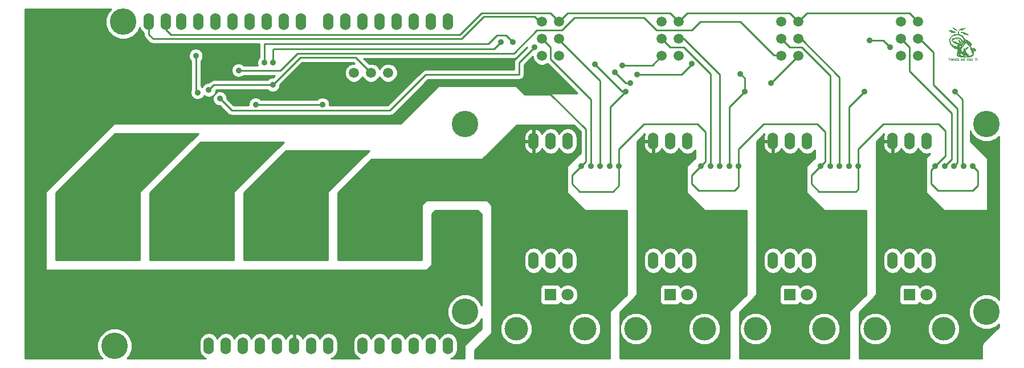
<source format=gbl>
G04 #@! TF.FileFunction,Copper,L2,Bot,Signal*
%FSLAX46Y46*%
G04 Gerber Fmt 4.6, Leading zero omitted, Abs format (unit mm)*
G04 Created by KiCad (PCBNEW 4.0.2-stable) date 18/09/2016 18:07:30*
%MOMM*%
G01*
G04 APERTURE LIST*
%ADD10C,0.150000*%
%ADD11C,0.050000*%
%ADD12C,0.002540*%
%ADD13C,1.506220*%
%ADD14C,3.500000*%
%ADD15R,1.800000X1.800000*%
%ADD16C,1.800000*%
%ADD17O,1.524000X2.540000*%
%ADD18C,3.937000*%
%ADD19O,1.542000X2.540000*%
%ADD20C,0.889000*%
%ADD21C,0.254000*%
G04 APERTURE END LIST*
D10*
D11*
X218220669Y-75596333D02*
X218220669Y-75246333D01*
X218104002Y-75363000D02*
X217970668Y-75363000D01*
X218054002Y-75246333D02*
X218054002Y-75546333D01*
X218037335Y-75579667D01*
X218004002Y-75596333D01*
X217970668Y-75596333D01*
X217437335Y-75579667D02*
X217470668Y-75596333D01*
X217537335Y-75596333D01*
X217570668Y-75579667D01*
X217587335Y-75563000D01*
X217604001Y-75529667D01*
X217604001Y-75429667D01*
X217587335Y-75396333D01*
X217570668Y-75379667D01*
X217537335Y-75363000D01*
X217470668Y-75363000D01*
X217437335Y-75379667D01*
X217137335Y-75596333D02*
X217137335Y-75413000D01*
X217154001Y-75379667D01*
X217187335Y-75363000D01*
X217254001Y-75363000D01*
X217287335Y-75379667D01*
X217137335Y-75579667D02*
X217170668Y-75596333D01*
X217254001Y-75596333D01*
X217287335Y-75579667D01*
X217304001Y-75546333D01*
X217304001Y-75513000D01*
X217287335Y-75479667D01*
X217254001Y-75463000D01*
X217170668Y-75463000D01*
X217137335Y-75446333D01*
X216970668Y-75363000D02*
X216970668Y-75596333D01*
X216970668Y-75396333D02*
X216954001Y-75379667D01*
X216920668Y-75363000D01*
X216870668Y-75363000D01*
X216837334Y-75379667D01*
X216820668Y-75413000D01*
X216820668Y-75596333D01*
X216387334Y-75596333D02*
X216387334Y-75246333D01*
X216387334Y-75379667D02*
X216354000Y-75363000D01*
X216287334Y-75363000D01*
X216254000Y-75379667D01*
X216237334Y-75396333D01*
X216220667Y-75429667D01*
X216220667Y-75529667D01*
X216237334Y-75563000D01*
X216254000Y-75579667D01*
X216287334Y-75596333D01*
X216354000Y-75596333D01*
X216387334Y-75579667D01*
X215937333Y-75579667D02*
X215970667Y-75596333D01*
X216037333Y-75596333D01*
X216070667Y-75579667D01*
X216087333Y-75546333D01*
X216087333Y-75413000D01*
X216070667Y-75379667D01*
X216037333Y-75363000D01*
X215970667Y-75363000D01*
X215937333Y-75379667D01*
X215920667Y-75413000D01*
X215920667Y-75446333D01*
X216087333Y-75479667D01*
X215354000Y-75596333D02*
X215354000Y-75246333D01*
X215354000Y-75579667D02*
X215387333Y-75596333D01*
X215454000Y-75596333D01*
X215487333Y-75579667D01*
X215504000Y-75563000D01*
X215520666Y-75529667D01*
X215520666Y-75429667D01*
X215504000Y-75396333D01*
X215487333Y-75379667D01*
X215454000Y-75363000D01*
X215387333Y-75363000D01*
X215354000Y-75379667D01*
X215137333Y-75596333D02*
X215170666Y-75579667D01*
X215187333Y-75563000D01*
X215203999Y-75529667D01*
X215203999Y-75429667D01*
X215187333Y-75396333D01*
X215170666Y-75379667D01*
X215137333Y-75363000D01*
X215087333Y-75363000D01*
X215053999Y-75379667D01*
X215037333Y-75396333D01*
X215020666Y-75429667D01*
X215020666Y-75529667D01*
X215037333Y-75563000D01*
X215053999Y-75579667D01*
X215087333Y-75596333D01*
X215137333Y-75596333D01*
X214870666Y-75363000D02*
X214870666Y-75596333D01*
X214870666Y-75396333D02*
X214853999Y-75379667D01*
X214820666Y-75363000D01*
X214770666Y-75363000D01*
X214737332Y-75379667D01*
X214720666Y-75413000D01*
X214720666Y-75596333D01*
X214420665Y-75579667D02*
X214453999Y-75596333D01*
X214520665Y-75596333D01*
X214553999Y-75579667D01*
X214570665Y-75546333D01*
X214570665Y-75413000D01*
X214553999Y-75379667D01*
X214520665Y-75363000D01*
X214453999Y-75363000D01*
X214420665Y-75379667D01*
X214403999Y-75413000D01*
X214403999Y-75446333D01*
X214570665Y-75479667D01*
X214253999Y-75563000D02*
X214237332Y-75579667D01*
X214253999Y-75596333D01*
X214270665Y-75579667D01*
X214253999Y-75563000D01*
X214253999Y-75596333D01*
X214253999Y-75463000D02*
X214270665Y-75263000D01*
X214253999Y-75246333D01*
X214237332Y-75263000D01*
X214253999Y-75463000D01*
X214253999Y-75246333D01*
X214087332Y-75563000D02*
X214070665Y-75579667D01*
X214087332Y-75596333D01*
X214103998Y-75579667D01*
X214087332Y-75563000D01*
X214087332Y-75596333D01*
X214087332Y-75463000D02*
X214103998Y-75263000D01*
X214087332Y-75246333D01*
X214070665Y-75263000D01*
X214087332Y-75463000D01*
X214087332Y-75246333D01*
D12*
G36*
X214188040Y-72524620D02*
X214203280Y-72824340D01*
X214276940Y-73032620D01*
X214276940Y-72722740D01*
X214284560Y-72450960D01*
X214370920Y-72212200D01*
X214439500Y-72123300D01*
X214632540Y-71975980D01*
X214894160Y-71869300D01*
X215188800Y-71810880D01*
X215480900Y-71803260D01*
X215729820Y-71859140D01*
X215778080Y-71882000D01*
X216004140Y-72047100D01*
X216197180Y-72275700D01*
X216336880Y-72537320D01*
X216400380Y-72791320D01*
X216400380Y-72829420D01*
X216352120Y-73060560D01*
X216220040Y-73294240D01*
X216027000Y-73502520D01*
X215915240Y-73583800D01*
X215607900Y-73715880D01*
X215287860Y-73741280D01*
X214957660Y-73657460D01*
X214924640Y-73642220D01*
X214675720Y-73479660D01*
X214480140Y-73256140D01*
X214345520Y-72997060D01*
X214276940Y-72722740D01*
X214276940Y-73032620D01*
X214309960Y-73129140D01*
X214510620Y-73428860D01*
X214523320Y-73439020D01*
X214680800Y-73596500D01*
X214850980Y-73705720D01*
X215071960Y-73784460D01*
X215242140Y-73825100D01*
X215374220Y-73901300D01*
X215432640Y-74056240D01*
X215409780Y-74277220D01*
X215369140Y-74414380D01*
X215310720Y-74625200D01*
X215305640Y-74797920D01*
X215310720Y-74820780D01*
X215356440Y-74927460D01*
X215369140Y-74932540D01*
X215369140Y-74703940D01*
X215384380Y-74615040D01*
X215427560Y-74521060D01*
X215473280Y-74424540D01*
X215491060Y-74414380D01*
X215485980Y-74432160D01*
X215485980Y-74528680D01*
X215524080Y-74627740D01*
X215574880Y-74696320D01*
X215625680Y-74703940D01*
X215640920Y-74681080D01*
X215663780Y-74653140D01*
X215673940Y-74703940D01*
X215635840Y-74782680D01*
X215534240Y-74800460D01*
X215412320Y-74754740D01*
X215369140Y-74703940D01*
X215369140Y-74932540D01*
X215450420Y-74965560D01*
X215529160Y-74970640D01*
X215567260Y-74973180D01*
X215567260Y-74886820D01*
X215595200Y-74858880D01*
X215623140Y-74886820D01*
X215595200Y-74912220D01*
X215567260Y-74886820D01*
X215567260Y-74973180D01*
X215671400Y-74983340D01*
X215762840Y-75018900D01*
X215765380Y-75018900D01*
X215821260Y-75044300D01*
X215821260Y-74787760D01*
X215833960Y-74615040D01*
X215866980Y-74526140D01*
X215935560Y-74490580D01*
X216024460Y-74480420D01*
X216161620Y-74460100D01*
X216225120Y-74437240D01*
X216197180Y-74419460D01*
X216108280Y-74414380D01*
X215988900Y-74399140D01*
X215935560Y-74371200D01*
X215966040Y-74343260D01*
X216075260Y-74330560D01*
X216093040Y-74330560D01*
X216227660Y-74355960D01*
X216265760Y-74416920D01*
X216214960Y-74480420D01*
X216090500Y-74526140D01*
X215986360Y-74559160D01*
X215993980Y-74597260D01*
X215999060Y-74597260D01*
X216105740Y-74620120D01*
X216179400Y-74607420D01*
X216258140Y-74587100D01*
X216283540Y-74609960D01*
X216260680Y-74701400D01*
X216232740Y-74787760D01*
X216179400Y-74899520D01*
X216103200Y-74932540D01*
X215993980Y-74917300D01*
X215856820Y-74861420D01*
X215821260Y-74787760D01*
X215821260Y-75044300D01*
X215849200Y-75054460D01*
X216006680Y-75084940D01*
X216202260Y-75107800D01*
X216400380Y-75117960D01*
X216570560Y-75115420D01*
X216682320Y-75100180D01*
X216702640Y-75087480D01*
X216684860Y-75041760D01*
X216560400Y-75023980D01*
X216547700Y-75023980D01*
X216390220Y-75006200D01*
X216319100Y-74960480D01*
X216344500Y-74896980D01*
X216395300Y-74861420D01*
X216560400Y-74805540D01*
X216682320Y-74851260D01*
X216745820Y-74947780D01*
X216794080Y-75029060D01*
X216852500Y-75069700D01*
X216900760Y-75072240D01*
X216900760Y-74942700D01*
X216928700Y-74912220D01*
X216956640Y-74942700D01*
X216928700Y-74970640D01*
X216900760Y-74942700D01*
X216900760Y-75072240D01*
X216961720Y-75074780D01*
X217124280Y-75062080D01*
X217370660Y-75029060D01*
X217525600Y-74990960D01*
X217604340Y-74937620D01*
X217622120Y-74871580D01*
X217665300Y-74769980D01*
X217713560Y-74721720D01*
X217759280Y-74640440D01*
X217774520Y-74526140D01*
X217754200Y-74414380D01*
X217711020Y-74340720D01*
X217660220Y-74338180D01*
X217647520Y-74333100D01*
X217703400Y-74272140D01*
X217705940Y-74269600D01*
X217822780Y-74157840D01*
X217893900Y-74079100D01*
X217949780Y-74025760D01*
X217947240Y-74063860D01*
X217939620Y-74089260D01*
X217942160Y-74162920D01*
X218015820Y-74175620D01*
X218094560Y-74142600D01*
X218089480Y-74063860D01*
X218010740Y-73906380D01*
X217896440Y-73797160D01*
X217777060Y-73746360D01*
X217675460Y-73774300D01*
X217647520Y-73807320D01*
X217584020Y-73822560D01*
X217507820Y-73769220D01*
X217426540Y-73710800D01*
X217406220Y-73731120D01*
X217444320Y-73840340D01*
X217484960Y-73929240D01*
X217535760Y-74041000D01*
X217538300Y-74061320D01*
X217490040Y-73997820D01*
X217477340Y-73982580D01*
X217383360Y-73878440D01*
X217332560Y-73868280D01*
X217342720Y-73949560D01*
X217380820Y-74038460D01*
X217459560Y-74213720D01*
X217512900Y-74383900D01*
X217512900Y-74386440D01*
X217556080Y-74498200D01*
X217611960Y-74538840D01*
X217614500Y-74538840D01*
X217632280Y-74543920D01*
X217632280Y-74096880D01*
X217632280Y-74010520D01*
X217685620Y-73903840D01*
X217749120Y-73868280D01*
X217827860Y-73888600D01*
X217840560Y-73964800D01*
X217782140Y-74063860D01*
X217779600Y-74068940D01*
X217683080Y-74132440D01*
X217632280Y-74096880D01*
X217632280Y-74543920D01*
X217672920Y-74554080D01*
X217652600Y-74637900D01*
X217568780Y-74759820D01*
X217436700Y-74869040D01*
X217271600Y-74932540D01*
X217109040Y-74937620D01*
X216992200Y-74884280D01*
X216979500Y-74869040D01*
X216938860Y-74780140D01*
X216971880Y-74736960D01*
X216979500Y-74691240D01*
X216890600Y-74632820D01*
X216771220Y-74538840D01*
X216669620Y-74394060D01*
X216656920Y-74366120D01*
X216595960Y-74129900D01*
X216636600Y-73929240D01*
X216773760Y-73774300D01*
X216837260Y-73738740D01*
X216946480Y-73662540D01*
X216959180Y-73611740D01*
X216885520Y-73604120D01*
X216771220Y-73642220D01*
X216664540Y-73723500D01*
X216565480Y-73847960D01*
X216499440Y-73977500D01*
X216486740Y-74079100D01*
X216491820Y-74091800D01*
X216476580Y-74132440D01*
X216458800Y-74137520D01*
X216418160Y-74086720D01*
X216402920Y-73969880D01*
X216400380Y-73967340D01*
X216385140Y-73855580D01*
X216347040Y-73830180D01*
X216344500Y-73830180D01*
X216306400Y-73903840D01*
X216291160Y-74038460D01*
X216291160Y-74051160D01*
X216253060Y-74206100D01*
X216164160Y-74287380D01*
X216052400Y-74292460D01*
X215950800Y-74223880D01*
X215887300Y-74074020D01*
X215884760Y-74063860D01*
X215887300Y-73863200D01*
X215976200Y-73690480D01*
X216120980Y-73545700D01*
X216237820Y-73416160D01*
X216347040Y-73238360D01*
X216372440Y-73182480D01*
X216438480Y-73035160D01*
X216471500Y-72964040D01*
X216471500Y-72613520D01*
X216529920Y-72595740D01*
X216583260Y-72610980D01*
X216644220Y-72679560D01*
X216641680Y-72722740D01*
X216580720Y-72796400D01*
X216517220Y-72765920D01*
X216489280Y-72712580D01*
X216471500Y-72613520D01*
X216471500Y-72964040D01*
X216484200Y-72938640D01*
X216494360Y-72920860D01*
X216550240Y-72928480D01*
X216664540Y-73002140D01*
X216789000Y-73103740D01*
X216789000Y-72664320D01*
X216816940Y-72636380D01*
X216844880Y-72664320D01*
X216816940Y-72692260D01*
X216789000Y-72664320D01*
X216789000Y-73103740D01*
X216816940Y-73129140D01*
X216987120Y-73289160D01*
X217060780Y-73362820D01*
X217228420Y-73527920D01*
X217337640Y-73616820D01*
X217383360Y-73626980D01*
X217360500Y-73555860D01*
X217352880Y-73538080D01*
X217337640Y-73411080D01*
X217378280Y-73332340D01*
X217439240Y-73233280D01*
X217457020Y-73182480D01*
X217418920Y-73098660D01*
X217322400Y-72984360D01*
X217203020Y-72870060D01*
X217091260Y-72786240D01*
X217020140Y-72760840D01*
X216943940Y-72732900D01*
X216931240Y-72692260D01*
X216877900Y-72621140D01*
X216735660Y-72552560D01*
X216664540Y-72527160D01*
X216512140Y-72471280D01*
X216415620Y-72412860D01*
X216400380Y-72387460D01*
X216357200Y-72283320D01*
X216250520Y-72143620D01*
X216100660Y-71991220D01*
X215933020Y-71854060D01*
X215775540Y-71752460D01*
X215747600Y-71739760D01*
X215597740Y-71671180D01*
X215531700Y-71612760D01*
X215521540Y-71526400D01*
X215536780Y-71440040D01*
X215552020Y-71307960D01*
X215524080Y-71252080D01*
X215485980Y-71247000D01*
X215432640Y-71267320D01*
X215419940Y-71351140D01*
X215435180Y-71467980D01*
X215470740Y-71691500D01*
X215224360Y-71691500D01*
X214965280Y-71729600D01*
X214693500Y-71833740D01*
X214434420Y-72014080D01*
X214266780Y-72252840D01*
X214188040Y-72524620D01*
X214188040Y-72524620D01*
X214188040Y-72524620D01*
G37*
X214188040Y-72524620D02*
X214203280Y-72824340D01*
X214276940Y-73032620D01*
X214276940Y-72722740D01*
X214284560Y-72450960D01*
X214370920Y-72212200D01*
X214439500Y-72123300D01*
X214632540Y-71975980D01*
X214894160Y-71869300D01*
X215188800Y-71810880D01*
X215480900Y-71803260D01*
X215729820Y-71859140D01*
X215778080Y-71882000D01*
X216004140Y-72047100D01*
X216197180Y-72275700D01*
X216336880Y-72537320D01*
X216400380Y-72791320D01*
X216400380Y-72829420D01*
X216352120Y-73060560D01*
X216220040Y-73294240D01*
X216027000Y-73502520D01*
X215915240Y-73583800D01*
X215607900Y-73715880D01*
X215287860Y-73741280D01*
X214957660Y-73657460D01*
X214924640Y-73642220D01*
X214675720Y-73479660D01*
X214480140Y-73256140D01*
X214345520Y-72997060D01*
X214276940Y-72722740D01*
X214276940Y-73032620D01*
X214309960Y-73129140D01*
X214510620Y-73428860D01*
X214523320Y-73439020D01*
X214680800Y-73596500D01*
X214850980Y-73705720D01*
X215071960Y-73784460D01*
X215242140Y-73825100D01*
X215374220Y-73901300D01*
X215432640Y-74056240D01*
X215409780Y-74277220D01*
X215369140Y-74414380D01*
X215310720Y-74625200D01*
X215305640Y-74797920D01*
X215310720Y-74820780D01*
X215356440Y-74927460D01*
X215369140Y-74932540D01*
X215369140Y-74703940D01*
X215384380Y-74615040D01*
X215427560Y-74521060D01*
X215473280Y-74424540D01*
X215491060Y-74414380D01*
X215485980Y-74432160D01*
X215485980Y-74528680D01*
X215524080Y-74627740D01*
X215574880Y-74696320D01*
X215625680Y-74703940D01*
X215640920Y-74681080D01*
X215663780Y-74653140D01*
X215673940Y-74703940D01*
X215635840Y-74782680D01*
X215534240Y-74800460D01*
X215412320Y-74754740D01*
X215369140Y-74703940D01*
X215369140Y-74932540D01*
X215450420Y-74965560D01*
X215529160Y-74970640D01*
X215567260Y-74973180D01*
X215567260Y-74886820D01*
X215595200Y-74858880D01*
X215623140Y-74886820D01*
X215595200Y-74912220D01*
X215567260Y-74886820D01*
X215567260Y-74973180D01*
X215671400Y-74983340D01*
X215762840Y-75018900D01*
X215765380Y-75018900D01*
X215821260Y-75044300D01*
X215821260Y-74787760D01*
X215833960Y-74615040D01*
X215866980Y-74526140D01*
X215935560Y-74490580D01*
X216024460Y-74480420D01*
X216161620Y-74460100D01*
X216225120Y-74437240D01*
X216197180Y-74419460D01*
X216108280Y-74414380D01*
X215988900Y-74399140D01*
X215935560Y-74371200D01*
X215966040Y-74343260D01*
X216075260Y-74330560D01*
X216093040Y-74330560D01*
X216227660Y-74355960D01*
X216265760Y-74416920D01*
X216214960Y-74480420D01*
X216090500Y-74526140D01*
X215986360Y-74559160D01*
X215993980Y-74597260D01*
X215999060Y-74597260D01*
X216105740Y-74620120D01*
X216179400Y-74607420D01*
X216258140Y-74587100D01*
X216283540Y-74609960D01*
X216260680Y-74701400D01*
X216232740Y-74787760D01*
X216179400Y-74899520D01*
X216103200Y-74932540D01*
X215993980Y-74917300D01*
X215856820Y-74861420D01*
X215821260Y-74787760D01*
X215821260Y-75044300D01*
X215849200Y-75054460D01*
X216006680Y-75084940D01*
X216202260Y-75107800D01*
X216400380Y-75117960D01*
X216570560Y-75115420D01*
X216682320Y-75100180D01*
X216702640Y-75087480D01*
X216684860Y-75041760D01*
X216560400Y-75023980D01*
X216547700Y-75023980D01*
X216390220Y-75006200D01*
X216319100Y-74960480D01*
X216344500Y-74896980D01*
X216395300Y-74861420D01*
X216560400Y-74805540D01*
X216682320Y-74851260D01*
X216745820Y-74947780D01*
X216794080Y-75029060D01*
X216852500Y-75069700D01*
X216900760Y-75072240D01*
X216900760Y-74942700D01*
X216928700Y-74912220D01*
X216956640Y-74942700D01*
X216928700Y-74970640D01*
X216900760Y-74942700D01*
X216900760Y-75072240D01*
X216961720Y-75074780D01*
X217124280Y-75062080D01*
X217370660Y-75029060D01*
X217525600Y-74990960D01*
X217604340Y-74937620D01*
X217622120Y-74871580D01*
X217665300Y-74769980D01*
X217713560Y-74721720D01*
X217759280Y-74640440D01*
X217774520Y-74526140D01*
X217754200Y-74414380D01*
X217711020Y-74340720D01*
X217660220Y-74338180D01*
X217647520Y-74333100D01*
X217703400Y-74272140D01*
X217705940Y-74269600D01*
X217822780Y-74157840D01*
X217893900Y-74079100D01*
X217949780Y-74025760D01*
X217947240Y-74063860D01*
X217939620Y-74089260D01*
X217942160Y-74162920D01*
X218015820Y-74175620D01*
X218094560Y-74142600D01*
X218089480Y-74063860D01*
X218010740Y-73906380D01*
X217896440Y-73797160D01*
X217777060Y-73746360D01*
X217675460Y-73774300D01*
X217647520Y-73807320D01*
X217584020Y-73822560D01*
X217507820Y-73769220D01*
X217426540Y-73710800D01*
X217406220Y-73731120D01*
X217444320Y-73840340D01*
X217484960Y-73929240D01*
X217535760Y-74041000D01*
X217538300Y-74061320D01*
X217490040Y-73997820D01*
X217477340Y-73982580D01*
X217383360Y-73878440D01*
X217332560Y-73868280D01*
X217342720Y-73949560D01*
X217380820Y-74038460D01*
X217459560Y-74213720D01*
X217512900Y-74383900D01*
X217512900Y-74386440D01*
X217556080Y-74498200D01*
X217611960Y-74538840D01*
X217614500Y-74538840D01*
X217632280Y-74543920D01*
X217632280Y-74096880D01*
X217632280Y-74010520D01*
X217685620Y-73903840D01*
X217749120Y-73868280D01*
X217827860Y-73888600D01*
X217840560Y-73964800D01*
X217782140Y-74063860D01*
X217779600Y-74068940D01*
X217683080Y-74132440D01*
X217632280Y-74096880D01*
X217632280Y-74543920D01*
X217672920Y-74554080D01*
X217652600Y-74637900D01*
X217568780Y-74759820D01*
X217436700Y-74869040D01*
X217271600Y-74932540D01*
X217109040Y-74937620D01*
X216992200Y-74884280D01*
X216979500Y-74869040D01*
X216938860Y-74780140D01*
X216971880Y-74736960D01*
X216979500Y-74691240D01*
X216890600Y-74632820D01*
X216771220Y-74538840D01*
X216669620Y-74394060D01*
X216656920Y-74366120D01*
X216595960Y-74129900D01*
X216636600Y-73929240D01*
X216773760Y-73774300D01*
X216837260Y-73738740D01*
X216946480Y-73662540D01*
X216959180Y-73611740D01*
X216885520Y-73604120D01*
X216771220Y-73642220D01*
X216664540Y-73723500D01*
X216565480Y-73847960D01*
X216499440Y-73977500D01*
X216486740Y-74079100D01*
X216491820Y-74091800D01*
X216476580Y-74132440D01*
X216458800Y-74137520D01*
X216418160Y-74086720D01*
X216402920Y-73969880D01*
X216400380Y-73967340D01*
X216385140Y-73855580D01*
X216347040Y-73830180D01*
X216344500Y-73830180D01*
X216306400Y-73903840D01*
X216291160Y-74038460D01*
X216291160Y-74051160D01*
X216253060Y-74206100D01*
X216164160Y-74287380D01*
X216052400Y-74292460D01*
X215950800Y-74223880D01*
X215887300Y-74074020D01*
X215884760Y-74063860D01*
X215887300Y-73863200D01*
X215976200Y-73690480D01*
X216120980Y-73545700D01*
X216237820Y-73416160D01*
X216347040Y-73238360D01*
X216372440Y-73182480D01*
X216438480Y-73035160D01*
X216471500Y-72964040D01*
X216471500Y-72613520D01*
X216529920Y-72595740D01*
X216583260Y-72610980D01*
X216644220Y-72679560D01*
X216641680Y-72722740D01*
X216580720Y-72796400D01*
X216517220Y-72765920D01*
X216489280Y-72712580D01*
X216471500Y-72613520D01*
X216471500Y-72964040D01*
X216484200Y-72938640D01*
X216494360Y-72920860D01*
X216550240Y-72928480D01*
X216664540Y-73002140D01*
X216789000Y-73103740D01*
X216789000Y-72664320D01*
X216816940Y-72636380D01*
X216844880Y-72664320D01*
X216816940Y-72692260D01*
X216789000Y-72664320D01*
X216789000Y-73103740D01*
X216816940Y-73129140D01*
X216987120Y-73289160D01*
X217060780Y-73362820D01*
X217228420Y-73527920D01*
X217337640Y-73616820D01*
X217383360Y-73626980D01*
X217360500Y-73555860D01*
X217352880Y-73538080D01*
X217337640Y-73411080D01*
X217378280Y-73332340D01*
X217439240Y-73233280D01*
X217457020Y-73182480D01*
X217418920Y-73098660D01*
X217322400Y-72984360D01*
X217203020Y-72870060D01*
X217091260Y-72786240D01*
X217020140Y-72760840D01*
X216943940Y-72732900D01*
X216931240Y-72692260D01*
X216877900Y-72621140D01*
X216735660Y-72552560D01*
X216664540Y-72527160D01*
X216512140Y-72471280D01*
X216415620Y-72412860D01*
X216400380Y-72387460D01*
X216357200Y-72283320D01*
X216250520Y-72143620D01*
X216100660Y-71991220D01*
X215933020Y-71854060D01*
X215775540Y-71752460D01*
X215747600Y-71739760D01*
X215597740Y-71671180D01*
X215531700Y-71612760D01*
X215521540Y-71526400D01*
X215536780Y-71440040D01*
X215552020Y-71307960D01*
X215524080Y-71252080D01*
X215485980Y-71247000D01*
X215432640Y-71267320D01*
X215419940Y-71351140D01*
X215435180Y-71467980D01*
X215470740Y-71691500D01*
X215224360Y-71691500D01*
X214965280Y-71729600D01*
X214693500Y-71833740D01*
X214434420Y-72014080D01*
X214266780Y-72252840D01*
X214188040Y-72524620D01*
X214188040Y-72524620D01*
G36*
X217233500Y-73713340D02*
X217274140Y-73764140D01*
X217289380Y-73774300D01*
X217342720Y-73789540D01*
X217345260Y-73781920D01*
X217307160Y-73731120D01*
X217289380Y-73720960D01*
X217238580Y-73705720D01*
X217233500Y-73713340D01*
X217233500Y-73713340D01*
X217233500Y-73713340D01*
G37*
X217233500Y-73713340D02*
X217274140Y-73764140D01*
X217289380Y-73774300D01*
X217342720Y-73789540D01*
X217345260Y-73781920D01*
X217307160Y-73731120D01*
X217289380Y-73720960D01*
X217238580Y-73705720D01*
X217233500Y-73713340D01*
X217233500Y-73713340D01*
G36*
X216956640Y-72720200D02*
X216984580Y-72745600D01*
X217012520Y-72720200D01*
X216984580Y-72692260D01*
X216956640Y-72720200D01*
X216956640Y-72720200D01*
X216956640Y-72720200D01*
G37*
X216956640Y-72720200D02*
X216984580Y-72745600D01*
X217012520Y-72720200D01*
X216984580Y-72692260D01*
X216956640Y-72720200D01*
X216956640Y-72720200D01*
G36*
X215869520Y-71404480D02*
X215943180Y-71445120D01*
X216085420Y-71467980D01*
X216138760Y-71470520D01*
X216278460Y-71478140D01*
X216314020Y-71501000D01*
X216291160Y-71523860D01*
X216240360Y-71564500D01*
X216245440Y-71597520D01*
X216321640Y-71633080D01*
X216484200Y-71683880D01*
X216575640Y-71711820D01*
X216791540Y-71772780D01*
X216910920Y-71795640D01*
X216943940Y-71782940D01*
X216903300Y-71737220D01*
X216877900Y-71716900D01*
X216750900Y-71650860D01*
X216667080Y-71635620D01*
X216583260Y-71600060D01*
X216565480Y-71559420D01*
X216547700Y-71495920D01*
X216471500Y-71447660D01*
X216324180Y-71412100D01*
X216115900Y-71379080D01*
X215945720Y-71363840D01*
X215869520Y-71374000D01*
X215869520Y-71404480D01*
X215869520Y-71404480D01*
X215869520Y-71404480D01*
G37*
X215869520Y-71404480D02*
X215943180Y-71445120D01*
X216085420Y-71467980D01*
X216138760Y-71470520D01*
X216278460Y-71478140D01*
X216314020Y-71501000D01*
X216291160Y-71523860D01*
X216240360Y-71564500D01*
X216245440Y-71597520D01*
X216321640Y-71633080D01*
X216484200Y-71683880D01*
X216575640Y-71711820D01*
X216791540Y-71772780D01*
X216910920Y-71795640D01*
X216943940Y-71782940D01*
X216903300Y-71737220D01*
X216877900Y-71716900D01*
X216750900Y-71650860D01*
X216667080Y-71635620D01*
X216583260Y-71600060D01*
X216565480Y-71559420D01*
X216547700Y-71495920D01*
X216471500Y-71447660D01*
X216324180Y-71412100D01*
X216115900Y-71379080D01*
X215945720Y-71363840D01*
X215869520Y-71374000D01*
X215869520Y-71404480D01*
X215869520Y-71404480D01*
G36*
X214124540Y-71191120D02*
X214172800Y-71229220D01*
X214287100Y-71247000D01*
X214287100Y-71247000D01*
X214403940Y-71262240D01*
X214426800Y-71310500D01*
X214421720Y-71330820D01*
X214421720Y-71376540D01*
X214482680Y-71404480D01*
X214627460Y-71412100D01*
X214723980Y-71412100D01*
X214909400Y-71404480D01*
X215044020Y-71384160D01*
X215094820Y-71358760D01*
X215069420Y-71320660D01*
X214952580Y-71302880D01*
X214909400Y-71302880D01*
X214734140Y-71280020D01*
X214657940Y-71219060D01*
X214594440Y-71173340D01*
X214469980Y-71142860D01*
X214322660Y-71132700D01*
X214195660Y-71142860D01*
X214127080Y-71178420D01*
X214124540Y-71191120D01*
X214124540Y-71191120D01*
X214124540Y-71191120D01*
G37*
X214124540Y-71191120D02*
X214172800Y-71229220D01*
X214287100Y-71247000D01*
X214287100Y-71247000D01*
X214403940Y-71262240D01*
X214426800Y-71310500D01*
X214421720Y-71330820D01*
X214421720Y-71376540D01*
X214482680Y-71404480D01*
X214627460Y-71412100D01*
X214723980Y-71412100D01*
X214909400Y-71404480D01*
X215044020Y-71384160D01*
X215094820Y-71358760D01*
X215069420Y-71320660D01*
X214952580Y-71302880D01*
X214909400Y-71302880D01*
X214734140Y-71280020D01*
X214657940Y-71219060D01*
X214594440Y-71173340D01*
X214469980Y-71142860D01*
X214322660Y-71132700D01*
X214195660Y-71142860D01*
X214127080Y-71178420D01*
X214124540Y-71191120D01*
X214124540Y-71191120D01*
G36*
X215623140Y-71059040D02*
X215640920Y-71104760D01*
X215704420Y-71084440D01*
X215757760Y-71048880D01*
X215854280Y-70995540D01*
X215897460Y-71008240D01*
X215910160Y-71043800D01*
X215940640Y-71079360D01*
X216019380Y-71066660D01*
X216161620Y-71005700D01*
X216260680Y-70954900D01*
X216418160Y-70868540D01*
X216514680Y-70799960D01*
X216532460Y-70764400D01*
X216529920Y-70764400D01*
X216438480Y-70772020D01*
X216306400Y-70822820D01*
X216296240Y-70827900D01*
X216156540Y-70876160D01*
X216047320Y-70881240D01*
X216042240Y-70878700D01*
X215927940Y-70876160D01*
X215790780Y-70914260D01*
X215673940Y-70982840D01*
X215623140Y-71059040D01*
X215623140Y-71059040D01*
X215623140Y-71059040D01*
X215623140Y-71059040D01*
G37*
X215623140Y-71059040D02*
X215640920Y-71104760D01*
X215704420Y-71084440D01*
X215757760Y-71048880D01*
X215854280Y-70995540D01*
X215897460Y-71008240D01*
X215910160Y-71043800D01*
X215940640Y-71079360D01*
X216019380Y-71066660D01*
X216161620Y-71005700D01*
X216260680Y-70954900D01*
X216418160Y-70868540D01*
X216514680Y-70799960D01*
X216532460Y-70764400D01*
X216529920Y-70764400D01*
X216438480Y-70772020D01*
X216306400Y-70822820D01*
X216296240Y-70827900D01*
X216156540Y-70876160D01*
X216047320Y-70881240D01*
X216042240Y-70878700D01*
X215927940Y-70876160D01*
X215790780Y-70914260D01*
X215673940Y-70982840D01*
X215623140Y-71059040D01*
X215623140Y-71059040D01*
X215623140Y-71059040D01*
G36*
X214665560Y-70698360D02*
X214685880Y-70759320D01*
X214746840Y-70830440D01*
X214861140Y-70924420D01*
X215000840Y-71008240D01*
X215140540Y-71074280D01*
X215244680Y-71104760D01*
X215290400Y-71086980D01*
X215290400Y-71084440D01*
X215242140Y-71026020D01*
X215186260Y-70998080D01*
X215074500Y-70937120D01*
X214942420Y-70838060D01*
X214932260Y-70827900D01*
X214807800Y-70733920D01*
X214713820Y-70690740D01*
X214665560Y-70698360D01*
X214665560Y-70698360D01*
X214665560Y-70698360D01*
G37*
X214665560Y-70698360D02*
X214685880Y-70759320D01*
X214746840Y-70830440D01*
X214861140Y-70924420D01*
X215000840Y-71008240D01*
X215140540Y-71074280D01*
X215244680Y-71104760D01*
X215290400Y-71086980D01*
X215290400Y-71084440D01*
X215242140Y-71026020D01*
X215186260Y-70998080D01*
X215074500Y-70937120D01*
X214942420Y-70838060D01*
X214932260Y-70827900D01*
X214807800Y-70733920D01*
X214713820Y-70690740D01*
X214665560Y-70698360D01*
X214665560Y-70698360D01*
G36*
X214546180Y-72440800D02*
X214569040Y-72605900D01*
X214584280Y-72644000D01*
X214655400Y-72788780D01*
X214746840Y-72890380D01*
X214866220Y-72953880D01*
X214866220Y-72895460D01*
X214889080Y-72875140D01*
X214975440Y-72867520D01*
X214995760Y-72880220D01*
X214980520Y-72905620D01*
X214922100Y-72910700D01*
X214866220Y-72895460D01*
X214866220Y-72953880D01*
X214884000Y-72964040D01*
X215097360Y-73037700D01*
X215135460Y-73047860D01*
X215325960Y-73106280D01*
X215422480Y-73154540D01*
X215447880Y-73210420D01*
X215412320Y-73286620D01*
X215402160Y-73299320D01*
X215384380Y-73421240D01*
X215407240Y-73479660D01*
X215427560Y-73555860D01*
X215364060Y-73581260D01*
X215333580Y-73581260D01*
X215188800Y-73553320D01*
X215054180Y-73499980D01*
X214947500Y-73451720D01*
X214904320Y-73464420D01*
X214899240Y-73494900D01*
X214950040Y-73566020D01*
X215074500Y-73626980D01*
X215239600Y-73672700D01*
X215404700Y-73693020D01*
X215539320Y-73680320D01*
X215587580Y-73654920D01*
X215618060Y-73571100D01*
X215623140Y-73517760D01*
X215668860Y-73433940D01*
X215813640Y-73367900D01*
X215841580Y-73357740D01*
X216024460Y-73279000D01*
X216171780Y-73154540D01*
X216260680Y-73014840D01*
X216270840Y-72900540D01*
X216270840Y-72819260D01*
X216296240Y-72804020D01*
X216344500Y-72760840D01*
X216344500Y-72740520D01*
X216303860Y-72702420D01*
X216268300Y-72707500D01*
X216164160Y-72702420D01*
X216131140Y-72679560D01*
X216095580Y-72666860D01*
X216093040Y-72750680D01*
X216100660Y-72809100D01*
X216105740Y-72964040D01*
X216044780Y-73073260D01*
X216009220Y-73108820D01*
X215912700Y-73177400D01*
X215864440Y-73157080D01*
X215859360Y-73149460D01*
X215808560Y-73083420D01*
X215765380Y-73103740D01*
X215767920Y-73177400D01*
X215780620Y-73235820D01*
X215747600Y-73202800D01*
X215620600Y-73093580D01*
X215437720Y-73007220D01*
X215247220Y-72969120D01*
X215229440Y-72969120D01*
X215112600Y-72951340D01*
X215066880Y-72913240D01*
X215110060Y-72859900D01*
X215122760Y-72857360D01*
X215176100Y-72814180D01*
X215178640Y-72798940D01*
X215135460Y-72765920D01*
X215071960Y-72773540D01*
X214889080Y-72786240D01*
X214723980Y-72715120D01*
X214630000Y-72600820D01*
X214576660Y-72468740D01*
X214579200Y-72425560D01*
X214642700Y-72461120D01*
X214647780Y-72466200D01*
X214729060Y-72499220D01*
X214759540Y-72476360D01*
X214825580Y-72430640D01*
X214965280Y-72367140D01*
X215074500Y-72329040D01*
X215369140Y-72268080D01*
X215605360Y-72301100D01*
X215783160Y-72428100D01*
X215861900Y-72552560D01*
X215935560Y-72725280D01*
X215950800Y-72819260D01*
X215907620Y-72857360D01*
X215879680Y-72857360D01*
X215767920Y-72809100D01*
X215684100Y-72679560D01*
X215663780Y-72590660D01*
X215630760Y-72463660D01*
X215597740Y-72440800D01*
X215572340Y-72522080D01*
X215567260Y-72626220D01*
X215587580Y-72804020D01*
X215651080Y-72895460D01*
X215663780Y-72905620D01*
X215813640Y-72931020D01*
X215945720Y-72862440D01*
X216024460Y-72725280D01*
X216029540Y-72710040D01*
X216011760Y-72537320D01*
X215907620Y-72387460D01*
X215732360Y-72278240D01*
X215513920Y-72214740D01*
X215267540Y-72212200D01*
X215145620Y-72237600D01*
X214962740Y-72278240D01*
X214807800Y-72301100D01*
X214767160Y-72303640D01*
X214612220Y-72339200D01*
X214546180Y-72440800D01*
X214546180Y-72440800D01*
X214546180Y-72440800D01*
G37*
X214546180Y-72440800D02*
X214569040Y-72605900D01*
X214584280Y-72644000D01*
X214655400Y-72788780D01*
X214746840Y-72890380D01*
X214866220Y-72953880D01*
X214866220Y-72895460D01*
X214889080Y-72875140D01*
X214975440Y-72867520D01*
X214995760Y-72880220D01*
X214980520Y-72905620D01*
X214922100Y-72910700D01*
X214866220Y-72895460D01*
X214866220Y-72953880D01*
X214884000Y-72964040D01*
X215097360Y-73037700D01*
X215135460Y-73047860D01*
X215325960Y-73106280D01*
X215422480Y-73154540D01*
X215447880Y-73210420D01*
X215412320Y-73286620D01*
X215402160Y-73299320D01*
X215384380Y-73421240D01*
X215407240Y-73479660D01*
X215427560Y-73555860D01*
X215364060Y-73581260D01*
X215333580Y-73581260D01*
X215188800Y-73553320D01*
X215054180Y-73499980D01*
X214947500Y-73451720D01*
X214904320Y-73464420D01*
X214899240Y-73494900D01*
X214950040Y-73566020D01*
X215074500Y-73626980D01*
X215239600Y-73672700D01*
X215404700Y-73693020D01*
X215539320Y-73680320D01*
X215587580Y-73654920D01*
X215618060Y-73571100D01*
X215623140Y-73517760D01*
X215668860Y-73433940D01*
X215813640Y-73367900D01*
X215841580Y-73357740D01*
X216024460Y-73279000D01*
X216171780Y-73154540D01*
X216260680Y-73014840D01*
X216270840Y-72900540D01*
X216270840Y-72819260D01*
X216296240Y-72804020D01*
X216344500Y-72760840D01*
X216344500Y-72740520D01*
X216303860Y-72702420D01*
X216268300Y-72707500D01*
X216164160Y-72702420D01*
X216131140Y-72679560D01*
X216095580Y-72666860D01*
X216093040Y-72750680D01*
X216100660Y-72809100D01*
X216105740Y-72964040D01*
X216044780Y-73073260D01*
X216009220Y-73108820D01*
X215912700Y-73177400D01*
X215864440Y-73157080D01*
X215859360Y-73149460D01*
X215808560Y-73083420D01*
X215765380Y-73103740D01*
X215767920Y-73177400D01*
X215780620Y-73235820D01*
X215747600Y-73202800D01*
X215620600Y-73093580D01*
X215437720Y-73007220D01*
X215247220Y-72969120D01*
X215229440Y-72969120D01*
X215112600Y-72951340D01*
X215066880Y-72913240D01*
X215110060Y-72859900D01*
X215122760Y-72857360D01*
X215176100Y-72814180D01*
X215178640Y-72798940D01*
X215135460Y-72765920D01*
X215071960Y-72773540D01*
X214889080Y-72786240D01*
X214723980Y-72715120D01*
X214630000Y-72600820D01*
X214576660Y-72468740D01*
X214579200Y-72425560D01*
X214642700Y-72461120D01*
X214647780Y-72466200D01*
X214729060Y-72499220D01*
X214759540Y-72476360D01*
X214825580Y-72430640D01*
X214965280Y-72367140D01*
X215074500Y-72329040D01*
X215369140Y-72268080D01*
X215605360Y-72301100D01*
X215783160Y-72428100D01*
X215861900Y-72552560D01*
X215935560Y-72725280D01*
X215950800Y-72819260D01*
X215907620Y-72857360D01*
X215879680Y-72857360D01*
X215767920Y-72809100D01*
X215684100Y-72679560D01*
X215663780Y-72590660D01*
X215630760Y-72463660D01*
X215597740Y-72440800D01*
X215572340Y-72522080D01*
X215567260Y-72626220D01*
X215587580Y-72804020D01*
X215651080Y-72895460D01*
X215663780Y-72905620D01*
X215813640Y-72931020D01*
X215945720Y-72862440D01*
X216024460Y-72725280D01*
X216029540Y-72710040D01*
X216011760Y-72537320D01*
X215907620Y-72387460D01*
X215732360Y-72278240D01*
X215513920Y-72214740D01*
X215267540Y-72212200D01*
X215145620Y-72237600D01*
X214962740Y-72278240D01*
X214807800Y-72301100D01*
X214767160Y-72303640D01*
X214612220Y-72339200D01*
X214546180Y-72440800D01*
X214546180Y-72440800D01*
G36*
X214802720Y-73444100D02*
X214807800Y-73449180D01*
X214840820Y-73444100D01*
X214845900Y-73413620D01*
X214825580Y-73367900D01*
X214807800Y-73375520D01*
X214802720Y-73444100D01*
X214802720Y-73444100D01*
X214802720Y-73444100D01*
G37*
X214802720Y-73444100D02*
X214807800Y-73449180D01*
X214840820Y-73444100D01*
X214845900Y-73413620D01*
X214825580Y-73367900D01*
X214807800Y-73375520D01*
X214802720Y-73444100D01*
X214802720Y-73444100D01*
G36*
X214566500Y-73212960D02*
X214607140Y-73263760D01*
X214622380Y-73273920D01*
X214675720Y-73289160D01*
X214678260Y-73281540D01*
X214640160Y-73230740D01*
X214622380Y-73220580D01*
X214571580Y-73205340D01*
X214566500Y-73212960D01*
X214566500Y-73212960D01*
X214566500Y-73212960D01*
G37*
X214566500Y-73212960D02*
X214607140Y-73263760D01*
X214622380Y-73273920D01*
X214675720Y-73289160D01*
X214678260Y-73281540D01*
X214640160Y-73230740D01*
X214622380Y-73220580D01*
X214571580Y-73205340D01*
X214566500Y-73212960D01*
X214566500Y-73212960D01*
G36*
X215900000Y-73108820D02*
X215927940Y-73136760D01*
X215955880Y-73108820D01*
X215927940Y-73080880D01*
X215900000Y-73108820D01*
X215900000Y-73108820D01*
X215900000Y-73108820D01*
G37*
X215900000Y-73108820D02*
X215927940Y-73136760D01*
X215955880Y-73108820D01*
X215927940Y-73080880D01*
X215900000Y-73108820D01*
X215900000Y-73108820D01*
G36*
X215247220Y-72443340D02*
X215252300Y-72450960D01*
X215285320Y-72443340D01*
X215290400Y-72412860D01*
X215270080Y-72367140D01*
X215252300Y-72377300D01*
X215247220Y-72443340D01*
X215247220Y-72443340D01*
X215247220Y-72443340D01*
G37*
X215247220Y-72443340D02*
X215252300Y-72450960D01*
X215285320Y-72443340D01*
X215290400Y-72412860D01*
X215270080Y-72367140D01*
X215252300Y-72377300D01*
X215247220Y-72443340D01*
X215247220Y-72443340D01*
D13*
X153670000Y-69850000D03*
X153670000Y-72390000D03*
X153670000Y-74930000D03*
X156210000Y-69850000D03*
X156210000Y-72390000D03*
X156210000Y-74930000D03*
X171450000Y-69850000D03*
X171450000Y-72390000D03*
X171450000Y-74930000D03*
X173990000Y-69850000D03*
X173990000Y-72390000D03*
X173990000Y-74930000D03*
X189230000Y-69850000D03*
X189230000Y-72390000D03*
X189230000Y-74930000D03*
X191770000Y-69850000D03*
X191770000Y-72390000D03*
X191770000Y-74930000D03*
X207010000Y-69850000D03*
X207010000Y-72390000D03*
X207010000Y-74930000D03*
X209550000Y-69850000D03*
X209550000Y-72390000D03*
X209550000Y-74930000D03*
X125730000Y-77470000D03*
X128270000Y-77470000D03*
X130810000Y-77470000D03*
D14*
X160020000Y-115570000D03*
X149860000Y-115570000D03*
D15*
X154940000Y-110490000D03*
D16*
X157480000Y-110490000D03*
D14*
X177800000Y-115570000D03*
X167640000Y-115570000D03*
D15*
X172720000Y-110490000D03*
D16*
X175260000Y-110490000D03*
D14*
X195580000Y-115570000D03*
X185420000Y-115570000D03*
D15*
X190500000Y-110490000D03*
D16*
X193040000Y-110490000D03*
D14*
X213360000Y-115570000D03*
X203200000Y-115570000D03*
D15*
X208280000Y-110490000D03*
D16*
X210820000Y-110490000D03*
D17*
X139700000Y-118110000D03*
X137160000Y-118110000D03*
X134620000Y-118110000D03*
X127000000Y-118110000D03*
X129540000Y-118110000D03*
X132080000Y-118110000D03*
X121920000Y-118110000D03*
X119380000Y-118110000D03*
X116840000Y-118110000D03*
X111760000Y-118110000D03*
X109220000Y-118110000D03*
X139700000Y-69850000D03*
X137160000Y-69850000D03*
X134620000Y-69850000D03*
X132080000Y-69850000D03*
X129540000Y-69850000D03*
X127000000Y-69850000D03*
X124460000Y-69850000D03*
X121920000Y-69850000D03*
X117856000Y-69850000D03*
X115316000Y-69850000D03*
X112776000Y-69850000D03*
X110236000Y-69850000D03*
X107696000Y-69850000D03*
X105156000Y-69850000D03*
X102616000Y-69850000D03*
X100076000Y-69850000D03*
X114300000Y-118110000D03*
D18*
X142240000Y-113030000D03*
X142240000Y-85090000D03*
X91440000Y-69850000D03*
X90170000Y-118110000D03*
X219710000Y-113030000D03*
X219710000Y-85090000D03*
D17*
X106680000Y-118110000D03*
X104140000Y-118110000D03*
X97790000Y-69850000D03*
X95250000Y-69850000D03*
D19*
X152400000Y-87630000D03*
D17*
X154940000Y-87630000D03*
X157480000Y-87630000D03*
X152400000Y-105410000D03*
X154940000Y-105410000D03*
X157480000Y-105410000D03*
D19*
X170180000Y-87630000D03*
D17*
X172720000Y-87630000D03*
X175260000Y-87630000D03*
X170180000Y-105410000D03*
X172720000Y-105410000D03*
X175260000Y-105410000D03*
D19*
X187960000Y-87630000D03*
D17*
X190500000Y-87630000D03*
X193040000Y-87630000D03*
X187960000Y-105410000D03*
X190500000Y-105410000D03*
X193040000Y-105410000D03*
D19*
X205740000Y-87630000D03*
D17*
X208280000Y-87630000D03*
X210820000Y-87630000D03*
X205740000Y-105410000D03*
X208280000Y-105410000D03*
X210820000Y-105410000D03*
D20*
X117475000Y-80645000D03*
X217678000Y-91313000D03*
X212090000Y-91313000D03*
X195072000Y-91313000D03*
X159512000Y-91313000D03*
X177292000Y-91313000D03*
X94488000Y-115824000D03*
X94488000Y-112141000D03*
X81407000Y-69850000D03*
X116840000Y-110490000D03*
X108585000Y-110490000D03*
X136525000Y-110490000D03*
X122555000Y-110490000D03*
X87376000Y-113665000D03*
X200660000Y-91313000D03*
X182880000Y-91313000D03*
X165100000Y-91313000D03*
X93853000Y-80010000D03*
X90932000Y-77089000D03*
X97663000Y-80010000D03*
X140970000Y-92710000D03*
X120650000Y-92710000D03*
X106680000Y-92710000D03*
X92710000Y-92710000D03*
X215011000Y-80264000D03*
X216281000Y-91313000D03*
X201549000Y-80264000D03*
X199263000Y-91313000D03*
X163703000Y-91313000D03*
X181483000Y-91313000D03*
X161544000Y-76200000D03*
X183134000Y-77597000D03*
X183769000Y-80264000D03*
X166116000Y-80264000D03*
X160909000Y-91313000D03*
X112395000Y-75946000D03*
X149352000Y-72898000D03*
X162306000Y-91313000D03*
X105791000Y-81280000D03*
X152527000Y-73660000D03*
X178689000Y-91313000D03*
X165608000Y-76327000D03*
X180086000Y-91313000D03*
X175895000Y-76073000D03*
X167767000Y-77724000D03*
X196469000Y-91313000D03*
X108585000Y-77089000D03*
X197866000Y-91313000D03*
X166751000Y-78994000D03*
X164465000Y-77343000D03*
X187706000Y-78994000D03*
X213487000Y-91313000D03*
X147574000Y-72898000D03*
X113665000Y-75946000D03*
X214884000Y-91313000D03*
X111125000Y-82169000D03*
X202311000Y-72644000D03*
X205359000Y-73660000D03*
X121031000Y-82169000D03*
X104140000Y-80010000D03*
X113665000Y-79248000D03*
X102235000Y-74930000D03*
X102489000Y-80391000D03*
D21*
X102743000Y-82931000D02*
X102743000Y-84709000D01*
X105664000Y-80010000D02*
X102743000Y-82931000D01*
X106680000Y-80010000D02*
X105664000Y-80010000D01*
X107315000Y-80645000D02*
X106680000Y-80010000D01*
X117475000Y-80645000D02*
X107315000Y-80645000D01*
X217678000Y-94996000D02*
X218440000Y-94234000D01*
X211455000Y-91948000D02*
X212090000Y-91313000D01*
X212471000Y-94996000D02*
X217678000Y-94996000D01*
X211455000Y-93980000D02*
X212471000Y-94996000D01*
X211455000Y-91948000D02*
X211455000Y-93980000D01*
X218440000Y-92075000D02*
X217678000Y-91313000D01*
X218440000Y-94234000D02*
X218440000Y-92075000D01*
X213614000Y-89789000D02*
X212090000Y-91313000D01*
X200660000Y-88773000D02*
X200660000Y-91313000D01*
X200660000Y-88773000D02*
X204343000Y-85090000D01*
X204343000Y-85090000D02*
X212598000Y-85090000D01*
X212598000Y-85090000D02*
X213614000Y-86106000D01*
X213614000Y-86106000D02*
X213614000Y-89154000D01*
X213614000Y-89154000D02*
X213614000Y-89789000D01*
X193675000Y-93980000D02*
X193675000Y-92710000D01*
X193675000Y-92710000D02*
X195072000Y-91313000D01*
X193675000Y-93980000D02*
X194818000Y-95123000D01*
X194818000Y-95123000D02*
X200279000Y-95123000D01*
X200279000Y-95123000D02*
X200660000Y-94742000D01*
X200660000Y-91313000D02*
X200660000Y-94742000D01*
X195707000Y-90678000D02*
X195072000Y-91313000D01*
X182880000Y-88773000D02*
X182880000Y-91313000D01*
X195707000Y-86233000D02*
X195707000Y-90043000D01*
X194564000Y-85090000D02*
X195707000Y-86233000D01*
X194437000Y-85090000D02*
X194564000Y-85090000D01*
X186563000Y-85090000D02*
X194437000Y-85090000D01*
X182880000Y-88773000D02*
X186563000Y-85090000D01*
X195707000Y-90043000D02*
X195707000Y-90678000D01*
X159512000Y-91313000D02*
X158115000Y-92710000D01*
X165100000Y-94234000D02*
X165100000Y-91313000D01*
X164211000Y-95123000D02*
X165100000Y-94234000D01*
X159258000Y-95123000D02*
X164211000Y-95123000D01*
X158115000Y-93980000D02*
X159258000Y-95123000D01*
X158115000Y-92710000D02*
X158115000Y-93980000D01*
X160147000Y-90043000D02*
X160147000Y-90678000D01*
X102743000Y-84709000D02*
X118110000Y-84709000D01*
X160147000Y-85852000D02*
X160147000Y-90043000D01*
X154940000Y-80645000D02*
X160147000Y-85852000D01*
X151130000Y-80645000D02*
X154940000Y-80645000D01*
X149860000Y-79375000D02*
X151130000Y-80645000D01*
X137922000Y-79375000D02*
X149860000Y-79375000D01*
X132588000Y-84709000D02*
X137922000Y-79375000D01*
X118110000Y-84709000D02*
X132588000Y-84709000D01*
X160147000Y-90678000D02*
X159512000Y-91313000D01*
X177927000Y-90043000D02*
X177927000Y-90678000D01*
X177927000Y-90678000D02*
X177292000Y-91313000D01*
X177927000Y-86233000D02*
X177927000Y-90043000D01*
X176784000Y-85090000D02*
X177927000Y-86233000D01*
X168783000Y-85090000D02*
X176784000Y-85090000D01*
X165100000Y-88773000D02*
X168783000Y-85090000D01*
X165100000Y-88773000D02*
X165100000Y-91313000D01*
X182880000Y-91313000D02*
X182880000Y-94361000D01*
X177292000Y-91313000D02*
X175895000Y-92710000D01*
X175895000Y-92710000D02*
X175895000Y-93980000D01*
X175895000Y-93980000D02*
X176911000Y-94996000D01*
X176911000Y-94996000D02*
X181102000Y-94996000D01*
X181102000Y-94996000D02*
X182245000Y-94996000D01*
X182245000Y-94996000D02*
X182880000Y-94361000D01*
X94488000Y-112141000D02*
X94488000Y-111252000D01*
X96393000Y-110490000D02*
X108585000Y-110490000D01*
X95250000Y-110490000D02*
X96393000Y-110490000D01*
X94488000Y-111252000D02*
X95250000Y-110490000D01*
X94488000Y-112395000D02*
X94488000Y-112141000D01*
X91694000Y-115062000D02*
X93091000Y-116459000D01*
X91694000Y-115062000D02*
X88900000Y-115062000D01*
X88773000Y-115062000D02*
X88900000Y-115062000D01*
X93853000Y-116459000D02*
X94488000Y-115824000D01*
X93091000Y-116459000D02*
X93853000Y-116459000D01*
X94488000Y-112395000D02*
X94488000Y-115824000D01*
X77978000Y-70866000D02*
X80391000Y-70866000D01*
X77089000Y-118872000D02*
X77089000Y-116205000D01*
X77089000Y-116205000D02*
X77089000Y-71755000D01*
X84201000Y-119634000D02*
X80518000Y-119634000D01*
X77089000Y-71755000D02*
X77978000Y-70866000D01*
X88773000Y-115062000D02*
X84201000Y-119634000D01*
X80518000Y-119634000D02*
X77851000Y-119634000D01*
X77089000Y-119634000D02*
X77089000Y-118872000D01*
X77851000Y-119634000D02*
X77089000Y-119634000D01*
X80391000Y-70866000D02*
X81407000Y-69850000D01*
X116840000Y-110490000D02*
X108585000Y-110490000D01*
X122555000Y-110490000D02*
X136525000Y-110490000D01*
X116840000Y-110490000D02*
X122555000Y-110490000D01*
X116840000Y-118110000D02*
X116840000Y-110490000D01*
X88773000Y-115062000D02*
X87376000Y-113665000D01*
X93853000Y-80010000D02*
X97663000Y-80010000D01*
X93853000Y-80010000D02*
X90932000Y-77089000D01*
X98552000Y-84709000D02*
X102743000Y-84709000D01*
X93853000Y-80010000D02*
X98552000Y-84709000D01*
X216154000Y-81407000D02*
X215011000Y-80264000D01*
X216154000Y-91186000D02*
X216154000Y-81407000D01*
X216281000Y-91313000D02*
X216154000Y-91186000D01*
X199263000Y-82550000D02*
X201549000Y-80264000D01*
X199263000Y-91313000D02*
X199263000Y-82550000D01*
X163703000Y-91313000D02*
X163830000Y-91186000D01*
X163830000Y-91186000D02*
X163830000Y-82550000D01*
X163830000Y-82550000D02*
X166116000Y-80264000D01*
X181483000Y-82550000D02*
X183769000Y-80264000D01*
X181483000Y-91313000D02*
X181483000Y-82550000D01*
X166116000Y-80264000D02*
X165608000Y-80264000D01*
X165608000Y-80264000D02*
X161544000Y-76200000D01*
X183769000Y-80264000D02*
X183769000Y-78232000D01*
X183769000Y-78232000D02*
X183134000Y-77597000D01*
X153670000Y-69850000D02*
X153288998Y-69850000D01*
X153288998Y-69850000D02*
X152527000Y-69088002D01*
X96393000Y-72390000D02*
X95885000Y-72390000D01*
X141732000Y-72390000D02*
X96393000Y-72390000D01*
X145033998Y-69088002D02*
X141732000Y-72390000D01*
X152527000Y-69088002D02*
X145033998Y-69088002D01*
X95250000Y-71755000D02*
X95250000Y-69850000D01*
X95885000Y-72390000D02*
X95250000Y-71755000D01*
X157607000Y-78105000D02*
X160909000Y-81407000D01*
X160909000Y-81407000D02*
X160909000Y-91313000D01*
X154940000Y-73660000D02*
X153670000Y-72390000D01*
X154940000Y-73660000D02*
X154940000Y-75438000D01*
X154940000Y-75438000D02*
X157607000Y-78105000D01*
X141986000Y-73152000D02*
X145669000Y-73152000D01*
X112395000Y-73152000D02*
X112395000Y-75946000D01*
X141986000Y-73152000D02*
X112395000Y-73152000D01*
X148336000Y-71882000D02*
X149352000Y-72898000D01*
X146939000Y-71882000D02*
X148336000Y-71882000D01*
X145669000Y-73152000D02*
X146939000Y-71882000D01*
X99314000Y-71755000D02*
X98552000Y-71755000D01*
X154940000Y-68580000D02*
X152019000Y-68580000D01*
X152019000Y-68580000D02*
X144653000Y-68580000D01*
X144653000Y-68580000D02*
X141478000Y-71755000D01*
X141478000Y-71755000D02*
X99314000Y-71755000D01*
X156210000Y-69850000D02*
X154940000Y-68580000D01*
X97790000Y-70993000D02*
X97790000Y-69850000D01*
X98552000Y-71755000D02*
X97790000Y-70993000D01*
X191770000Y-69850000D02*
X193040000Y-68580000D01*
X208280000Y-68580000D02*
X209550000Y-69850000D01*
X193040000Y-68580000D02*
X208280000Y-68580000D01*
X173990000Y-69850000D02*
X175260000Y-68580000D01*
X190500000Y-68580000D02*
X191770000Y-69850000D01*
X175260000Y-68580000D02*
X190500000Y-68580000D01*
X156210000Y-69850000D02*
X157480000Y-68580000D01*
X172720000Y-68580000D02*
X173990000Y-69850000D01*
X157480000Y-68580000D02*
X172720000Y-68580000D01*
X162306000Y-91313000D02*
X162306000Y-85471000D01*
X162306000Y-85471000D02*
X162306000Y-79121000D01*
X162306000Y-79121000D02*
X162306000Y-78613000D01*
X162306000Y-78613000D02*
X156210000Y-72517000D01*
X156210000Y-72517000D02*
X156210000Y-72390000D01*
X150241000Y-77724000D02*
X136398000Y-77724000D01*
X136398000Y-77724000D02*
X131064000Y-83058000D01*
X131064000Y-83058000D02*
X107569000Y-83058000D01*
X107569000Y-83058000D02*
X105791000Y-81280000D01*
X150241000Y-75946000D02*
X152527000Y-73660000D01*
X150241000Y-77724000D02*
X150241000Y-75946000D01*
X172720000Y-73660000D02*
X171450000Y-72390000D01*
X174752000Y-73660000D02*
X172720000Y-73660000D01*
X178689000Y-77597000D02*
X174752000Y-73660000D01*
X178689000Y-80518000D02*
X178689000Y-77597000D01*
X178689000Y-88646000D02*
X178689000Y-80518000D01*
X178689000Y-91313000D02*
X178689000Y-88646000D01*
X165608000Y-76327000D02*
X170053000Y-76327000D01*
X170053000Y-76327000D02*
X171450000Y-74930000D01*
X174752000Y-72390000D02*
X173990000Y-72390000D01*
X180086000Y-77724000D02*
X174752000Y-72390000D01*
X180086000Y-85725000D02*
X180086000Y-77724000D01*
X180086000Y-91313000D02*
X180086000Y-85725000D01*
X175895000Y-76200000D02*
X175895000Y-76073000D01*
X174371000Y-77724000D02*
X175895000Y-76200000D01*
X167767000Y-77724000D02*
X174371000Y-77724000D01*
X195834000Y-77216000D02*
X196469000Y-77851000D01*
X196469000Y-77851000D02*
X196469000Y-91313000D01*
X190500000Y-73660000D02*
X189230000Y-72390000D01*
X190500000Y-73660000D02*
X192278000Y-73660000D01*
X192278000Y-73660000D02*
X195834000Y-77216000D01*
X185039000Y-71755000D02*
X188087000Y-74803000D01*
X185039000Y-71755000D02*
X183134000Y-69850000D01*
X183134000Y-69850000D02*
X177165000Y-69850000D01*
X177165000Y-69850000D02*
X175895000Y-71120000D01*
X175895000Y-71120000D02*
X170688000Y-71120000D01*
X170688000Y-71120000D02*
X168783000Y-69215000D01*
X168783000Y-69215000D02*
X158496000Y-69215000D01*
X158496000Y-69215000D02*
X156591000Y-71120000D01*
X156591000Y-71120000D02*
X152908000Y-71120000D01*
X152908000Y-71120000D02*
X149479000Y-74549000D01*
X149479000Y-74549000D02*
X117348000Y-74549000D01*
X117348000Y-74549000D02*
X114808000Y-77089000D01*
X114808000Y-77089000D02*
X108585000Y-77089000D01*
X189103000Y-74803000D02*
X189230000Y-74930000D01*
X188087000Y-74803000D02*
X189103000Y-74803000D01*
X189230000Y-74930000D02*
X189103000Y-74930000D01*
X197866000Y-91313000D02*
X197866000Y-88265000D01*
X197866000Y-88265000D02*
X197866000Y-78613000D01*
X197866000Y-78613000D02*
X197866000Y-78105000D01*
X197866000Y-78105000D02*
X192151000Y-72390000D01*
X192151000Y-72390000D02*
X191770000Y-72390000D01*
X191770000Y-74930000D02*
X187706000Y-78994000D01*
X166116000Y-78994000D02*
X166751000Y-78994000D01*
X164465000Y-77343000D02*
X166116000Y-78994000D01*
X214503000Y-90297000D02*
X214503000Y-89662000D01*
X213487000Y-91313000D02*
X214503000Y-90297000D01*
X214503000Y-83439000D02*
X214503000Y-89535000D01*
X210312000Y-79248000D02*
X208280000Y-77216000D01*
X208280000Y-77216000D02*
X208280000Y-73660000D01*
X207010000Y-72390000D02*
X208280000Y-73660000D01*
X214503000Y-83439000D02*
X210312000Y-79248000D01*
X147574000Y-72898000D02*
X146558000Y-73914000D01*
X146558000Y-73914000D02*
X142367000Y-73914000D01*
X113665000Y-75946000D02*
X113665000Y-74041000D01*
X113665000Y-74041000D02*
X113792000Y-73914000D01*
X113792000Y-73914000D02*
X142367000Y-73914000D01*
X215392000Y-90805000D02*
X215392000Y-90170000D01*
X214884000Y-91313000D02*
X215392000Y-90805000D01*
X215392000Y-82804000D02*
X215392000Y-90043000D01*
X211836000Y-79248000D02*
X211836000Y-74422000D01*
X211836000Y-74422000D02*
X209804000Y-72390000D01*
X209550000Y-72390000D02*
X209804000Y-72390000D01*
X215392000Y-82804000D02*
X211836000Y-79248000D01*
X204343000Y-72644000D02*
X202311000Y-72644000D01*
X205359000Y-73660000D02*
X204343000Y-72644000D01*
X121031000Y-82169000D02*
X111125000Y-82169000D01*
X128270000Y-77470000D02*
X125984000Y-75184000D01*
X117729000Y-75184000D02*
X113665000Y-79248000D01*
X125984000Y-75184000D02*
X117729000Y-75184000D01*
X106172000Y-79248000D02*
X104902000Y-79248000D01*
X113665000Y-79248000D02*
X106172000Y-79248000D01*
X104902000Y-79248000D02*
X104140000Y-80010000D01*
X102489000Y-80264000D02*
X102489000Y-80391000D01*
X102235000Y-80010000D02*
X102489000Y-80264000D01*
X102235000Y-74930000D02*
X102235000Y-80010000D01*
G36*
X168774000Y-87004000D02*
X168774000Y-87503000D01*
X170053000Y-87503000D01*
X170053000Y-87483000D01*
X170307000Y-87483000D01*
X170307000Y-87503000D01*
X170327000Y-87503000D01*
X170327000Y-87757000D01*
X170307000Y-87757000D01*
X170307000Y-89369767D01*
X170524484Y-89492145D01*
X170600720Y-89476576D01*
X171084390Y-89212995D01*
X171430374Y-88784386D01*
X171445278Y-88733783D01*
X171732172Y-89163149D01*
X172185391Y-89465981D01*
X172720000Y-89572321D01*
X173254609Y-89465981D01*
X173707828Y-89163149D01*
X173990000Y-88740850D01*
X174272172Y-89163149D01*
X174725391Y-89465981D01*
X175260000Y-89572321D01*
X175794609Y-89465981D01*
X176247828Y-89163149D01*
X176403000Y-88930918D01*
X176403000Y-90117394D01*
X175170197Y-91350197D01*
X175142334Y-91392211D01*
X175133000Y-91440000D01*
X175133000Y-95250000D01*
X175143006Y-95299410D01*
X175170197Y-95339803D01*
X177710197Y-97879803D01*
X177752211Y-97907666D01*
X177800000Y-97917000D01*
X184023000Y-97917000D01*
X184023000Y-110437394D01*
X181520197Y-112940197D01*
X181492334Y-112982211D01*
X181483000Y-113030000D01*
X181483000Y-119965000D01*
X165227000Y-119965000D01*
X165227000Y-116042325D01*
X165254587Y-116042325D01*
X165616916Y-116919229D01*
X166287242Y-117590726D01*
X167163513Y-117954585D01*
X168112325Y-117955413D01*
X168989229Y-117593084D01*
X169660726Y-116922758D01*
X170024585Y-116046487D01*
X170024588Y-116042325D01*
X175414587Y-116042325D01*
X175776916Y-116919229D01*
X176447242Y-117590726D01*
X177323513Y-117954585D01*
X178272325Y-117955413D01*
X179149229Y-117593084D01*
X179820726Y-116922758D01*
X180184585Y-116046487D01*
X180185413Y-115097675D01*
X179823084Y-114220771D01*
X179152758Y-113549274D01*
X178276487Y-113185415D01*
X177327675Y-113184587D01*
X176450771Y-113546916D01*
X175779274Y-114217242D01*
X175415415Y-115093513D01*
X175414587Y-116042325D01*
X170024588Y-116042325D01*
X170025413Y-115097675D01*
X169663084Y-114220771D01*
X168992758Y-113549274D01*
X168116487Y-113185415D01*
X167167675Y-113184587D01*
X166290771Y-113546916D01*
X165619274Y-114217242D01*
X165255415Y-115093513D01*
X165254587Y-116042325D01*
X165227000Y-116042325D01*
X165227000Y-113082606D01*
X167729803Y-110579803D01*
X167757666Y-110537789D01*
X167767000Y-110490000D01*
X167767000Y-109590000D01*
X171172560Y-109590000D01*
X171172560Y-111390000D01*
X171216838Y-111625317D01*
X171355910Y-111841441D01*
X171568110Y-111986431D01*
X171820000Y-112037440D01*
X173620000Y-112037440D01*
X173855317Y-111993162D01*
X174071441Y-111854090D01*
X174216431Y-111641890D01*
X174220567Y-111621466D01*
X174389357Y-111790551D01*
X174953330Y-112024733D01*
X175563991Y-112025265D01*
X176128371Y-111792068D01*
X176560551Y-111360643D01*
X176794733Y-110796670D01*
X176795265Y-110186009D01*
X176562068Y-109621629D01*
X176130643Y-109189449D01*
X175566670Y-108955267D01*
X174956009Y-108954735D01*
X174391629Y-109187932D01*
X174223387Y-109355880D01*
X174223162Y-109354683D01*
X174084090Y-109138559D01*
X173871890Y-108993569D01*
X173620000Y-108942560D01*
X171820000Y-108942560D01*
X171584683Y-108986838D01*
X171368559Y-109125910D01*
X171223569Y-109338110D01*
X171172560Y-109590000D01*
X167767000Y-109590000D01*
X167767000Y-104864679D01*
X168783000Y-104864679D01*
X168783000Y-105955321D01*
X168889340Y-106489930D01*
X169192172Y-106943149D01*
X169645391Y-107245981D01*
X170180000Y-107352321D01*
X170714609Y-107245981D01*
X171167828Y-106943149D01*
X171450000Y-106520850D01*
X171732172Y-106943149D01*
X172185391Y-107245981D01*
X172720000Y-107352321D01*
X173254609Y-107245981D01*
X173707828Y-106943149D01*
X173990000Y-106520850D01*
X174272172Y-106943149D01*
X174725391Y-107245981D01*
X175260000Y-107352321D01*
X175794609Y-107245981D01*
X176247828Y-106943149D01*
X176550660Y-106489930D01*
X176657000Y-105955321D01*
X176657000Y-104864679D01*
X176550660Y-104330070D01*
X176247828Y-103876851D01*
X175794609Y-103574019D01*
X175260000Y-103467679D01*
X174725391Y-103574019D01*
X174272172Y-103876851D01*
X173990000Y-104299150D01*
X173707828Y-103876851D01*
X173254609Y-103574019D01*
X172720000Y-103467679D01*
X172185391Y-103574019D01*
X171732172Y-103876851D01*
X171450000Y-104299150D01*
X171167828Y-103876851D01*
X170714609Y-103574019D01*
X170180000Y-103467679D01*
X169645391Y-103574019D01*
X169192172Y-103876851D01*
X168889340Y-104330070D01*
X168783000Y-104864679D01*
X167767000Y-104864679D01*
X167767000Y-87757000D01*
X168774000Y-87757000D01*
X168774000Y-88256000D01*
X168929626Y-88784386D01*
X169275610Y-89212995D01*
X169759280Y-89476576D01*
X169835516Y-89492145D01*
X170053000Y-89369767D01*
X170053000Y-87757000D01*
X168774000Y-87757000D01*
X167767000Y-87757000D01*
X167767000Y-87682606D01*
X168911103Y-86538503D01*
X168774000Y-87004000D01*
X168774000Y-87004000D01*
G37*
X168774000Y-87004000D02*
X168774000Y-87503000D01*
X170053000Y-87503000D01*
X170053000Y-87483000D01*
X170307000Y-87483000D01*
X170307000Y-87503000D01*
X170327000Y-87503000D01*
X170327000Y-87757000D01*
X170307000Y-87757000D01*
X170307000Y-89369767D01*
X170524484Y-89492145D01*
X170600720Y-89476576D01*
X171084390Y-89212995D01*
X171430374Y-88784386D01*
X171445278Y-88733783D01*
X171732172Y-89163149D01*
X172185391Y-89465981D01*
X172720000Y-89572321D01*
X173254609Y-89465981D01*
X173707828Y-89163149D01*
X173990000Y-88740850D01*
X174272172Y-89163149D01*
X174725391Y-89465981D01*
X175260000Y-89572321D01*
X175794609Y-89465981D01*
X176247828Y-89163149D01*
X176403000Y-88930918D01*
X176403000Y-90117394D01*
X175170197Y-91350197D01*
X175142334Y-91392211D01*
X175133000Y-91440000D01*
X175133000Y-95250000D01*
X175143006Y-95299410D01*
X175170197Y-95339803D01*
X177710197Y-97879803D01*
X177752211Y-97907666D01*
X177800000Y-97917000D01*
X184023000Y-97917000D01*
X184023000Y-110437394D01*
X181520197Y-112940197D01*
X181492334Y-112982211D01*
X181483000Y-113030000D01*
X181483000Y-119965000D01*
X165227000Y-119965000D01*
X165227000Y-116042325D01*
X165254587Y-116042325D01*
X165616916Y-116919229D01*
X166287242Y-117590726D01*
X167163513Y-117954585D01*
X168112325Y-117955413D01*
X168989229Y-117593084D01*
X169660726Y-116922758D01*
X170024585Y-116046487D01*
X170024588Y-116042325D01*
X175414587Y-116042325D01*
X175776916Y-116919229D01*
X176447242Y-117590726D01*
X177323513Y-117954585D01*
X178272325Y-117955413D01*
X179149229Y-117593084D01*
X179820726Y-116922758D01*
X180184585Y-116046487D01*
X180185413Y-115097675D01*
X179823084Y-114220771D01*
X179152758Y-113549274D01*
X178276487Y-113185415D01*
X177327675Y-113184587D01*
X176450771Y-113546916D01*
X175779274Y-114217242D01*
X175415415Y-115093513D01*
X175414587Y-116042325D01*
X170024588Y-116042325D01*
X170025413Y-115097675D01*
X169663084Y-114220771D01*
X168992758Y-113549274D01*
X168116487Y-113185415D01*
X167167675Y-113184587D01*
X166290771Y-113546916D01*
X165619274Y-114217242D01*
X165255415Y-115093513D01*
X165254587Y-116042325D01*
X165227000Y-116042325D01*
X165227000Y-113082606D01*
X167729803Y-110579803D01*
X167757666Y-110537789D01*
X167767000Y-110490000D01*
X167767000Y-109590000D01*
X171172560Y-109590000D01*
X171172560Y-111390000D01*
X171216838Y-111625317D01*
X171355910Y-111841441D01*
X171568110Y-111986431D01*
X171820000Y-112037440D01*
X173620000Y-112037440D01*
X173855317Y-111993162D01*
X174071441Y-111854090D01*
X174216431Y-111641890D01*
X174220567Y-111621466D01*
X174389357Y-111790551D01*
X174953330Y-112024733D01*
X175563991Y-112025265D01*
X176128371Y-111792068D01*
X176560551Y-111360643D01*
X176794733Y-110796670D01*
X176795265Y-110186009D01*
X176562068Y-109621629D01*
X176130643Y-109189449D01*
X175566670Y-108955267D01*
X174956009Y-108954735D01*
X174391629Y-109187932D01*
X174223387Y-109355880D01*
X174223162Y-109354683D01*
X174084090Y-109138559D01*
X173871890Y-108993569D01*
X173620000Y-108942560D01*
X171820000Y-108942560D01*
X171584683Y-108986838D01*
X171368559Y-109125910D01*
X171223569Y-109338110D01*
X171172560Y-109590000D01*
X167767000Y-109590000D01*
X167767000Y-104864679D01*
X168783000Y-104864679D01*
X168783000Y-105955321D01*
X168889340Y-106489930D01*
X169192172Y-106943149D01*
X169645391Y-107245981D01*
X170180000Y-107352321D01*
X170714609Y-107245981D01*
X171167828Y-106943149D01*
X171450000Y-106520850D01*
X171732172Y-106943149D01*
X172185391Y-107245981D01*
X172720000Y-107352321D01*
X173254609Y-107245981D01*
X173707828Y-106943149D01*
X173990000Y-106520850D01*
X174272172Y-106943149D01*
X174725391Y-107245981D01*
X175260000Y-107352321D01*
X175794609Y-107245981D01*
X176247828Y-106943149D01*
X176550660Y-106489930D01*
X176657000Y-105955321D01*
X176657000Y-104864679D01*
X176550660Y-104330070D01*
X176247828Y-103876851D01*
X175794609Y-103574019D01*
X175260000Y-103467679D01*
X174725391Y-103574019D01*
X174272172Y-103876851D01*
X173990000Y-104299150D01*
X173707828Y-103876851D01*
X173254609Y-103574019D01*
X172720000Y-103467679D01*
X172185391Y-103574019D01*
X171732172Y-103876851D01*
X171450000Y-104299150D01*
X171167828Y-103876851D01*
X170714609Y-103574019D01*
X170180000Y-103467679D01*
X169645391Y-103574019D01*
X169192172Y-103876851D01*
X168889340Y-104330070D01*
X168783000Y-104864679D01*
X167767000Y-104864679D01*
X167767000Y-87757000D01*
X168774000Y-87757000D01*
X168774000Y-88256000D01*
X168929626Y-88784386D01*
X169275610Y-89212995D01*
X169759280Y-89476576D01*
X169835516Y-89492145D01*
X170053000Y-89369767D01*
X170053000Y-87757000D01*
X168774000Y-87757000D01*
X167767000Y-87757000D01*
X167767000Y-87682606D01*
X168911103Y-86538503D01*
X168774000Y-87004000D01*
G36*
X186554000Y-87004000D02*
X186554000Y-87503000D01*
X187833000Y-87503000D01*
X187833000Y-87483000D01*
X188087000Y-87483000D01*
X188087000Y-87503000D01*
X188107000Y-87503000D01*
X188107000Y-87757000D01*
X188087000Y-87757000D01*
X188087000Y-89369767D01*
X188304484Y-89492145D01*
X188380720Y-89476576D01*
X188864390Y-89212995D01*
X189210374Y-88784386D01*
X189225278Y-88733783D01*
X189512172Y-89163149D01*
X189965391Y-89465981D01*
X190500000Y-89572321D01*
X191034609Y-89465981D01*
X191487828Y-89163149D01*
X191770000Y-88740850D01*
X192052172Y-89163149D01*
X192505391Y-89465981D01*
X193040000Y-89572321D01*
X193574609Y-89465981D01*
X194027828Y-89163149D01*
X194183000Y-88930918D01*
X194183000Y-90117394D01*
X192950197Y-91350197D01*
X192922334Y-91392211D01*
X192913000Y-91440000D01*
X192913000Y-95250000D01*
X192923006Y-95299410D01*
X192950197Y-95339803D01*
X195490197Y-97879803D01*
X195532211Y-97907666D01*
X195580000Y-97917000D01*
X201803000Y-97917000D01*
X201803000Y-110437394D01*
X199300197Y-112940197D01*
X199272334Y-112982211D01*
X199263000Y-113030000D01*
X199263000Y-119965000D01*
X183007000Y-119965000D01*
X183007000Y-116042325D01*
X183034587Y-116042325D01*
X183396916Y-116919229D01*
X184067242Y-117590726D01*
X184943513Y-117954585D01*
X185892325Y-117955413D01*
X186769229Y-117593084D01*
X187440726Y-116922758D01*
X187804585Y-116046487D01*
X187804588Y-116042325D01*
X193194587Y-116042325D01*
X193556916Y-116919229D01*
X194227242Y-117590726D01*
X195103513Y-117954585D01*
X196052325Y-117955413D01*
X196929229Y-117593084D01*
X197600726Y-116922758D01*
X197964585Y-116046487D01*
X197965413Y-115097675D01*
X197603084Y-114220771D01*
X196932758Y-113549274D01*
X196056487Y-113185415D01*
X195107675Y-113184587D01*
X194230771Y-113546916D01*
X193559274Y-114217242D01*
X193195415Y-115093513D01*
X193194587Y-116042325D01*
X187804588Y-116042325D01*
X187805413Y-115097675D01*
X187443084Y-114220771D01*
X186772758Y-113549274D01*
X185896487Y-113185415D01*
X184947675Y-113184587D01*
X184070771Y-113546916D01*
X183399274Y-114217242D01*
X183035415Y-115093513D01*
X183034587Y-116042325D01*
X183007000Y-116042325D01*
X183007000Y-113082606D01*
X185509803Y-110579803D01*
X185537666Y-110537789D01*
X185547000Y-110490000D01*
X185547000Y-109590000D01*
X188952560Y-109590000D01*
X188952560Y-111390000D01*
X188996838Y-111625317D01*
X189135910Y-111841441D01*
X189348110Y-111986431D01*
X189600000Y-112037440D01*
X191400000Y-112037440D01*
X191635317Y-111993162D01*
X191851441Y-111854090D01*
X191996431Y-111641890D01*
X192000567Y-111621466D01*
X192169357Y-111790551D01*
X192733330Y-112024733D01*
X193343991Y-112025265D01*
X193908371Y-111792068D01*
X194340551Y-111360643D01*
X194574733Y-110796670D01*
X194575265Y-110186009D01*
X194342068Y-109621629D01*
X193910643Y-109189449D01*
X193346670Y-108955267D01*
X192736009Y-108954735D01*
X192171629Y-109187932D01*
X192003387Y-109355880D01*
X192003162Y-109354683D01*
X191864090Y-109138559D01*
X191651890Y-108993569D01*
X191400000Y-108942560D01*
X189600000Y-108942560D01*
X189364683Y-108986838D01*
X189148559Y-109125910D01*
X189003569Y-109338110D01*
X188952560Y-109590000D01*
X185547000Y-109590000D01*
X185547000Y-104864679D01*
X186563000Y-104864679D01*
X186563000Y-105955321D01*
X186669340Y-106489930D01*
X186972172Y-106943149D01*
X187425391Y-107245981D01*
X187960000Y-107352321D01*
X188494609Y-107245981D01*
X188947828Y-106943149D01*
X189230000Y-106520850D01*
X189512172Y-106943149D01*
X189965391Y-107245981D01*
X190500000Y-107352321D01*
X191034609Y-107245981D01*
X191487828Y-106943149D01*
X191770000Y-106520850D01*
X192052172Y-106943149D01*
X192505391Y-107245981D01*
X193040000Y-107352321D01*
X193574609Y-107245981D01*
X194027828Y-106943149D01*
X194330660Y-106489930D01*
X194437000Y-105955321D01*
X194437000Y-104864679D01*
X194330660Y-104330070D01*
X194027828Y-103876851D01*
X193574609Y-103574019D01*
X193040000Y-103467679D01*
X192505391Y-103574019D01*
X192052172Y-103876851D01*
X191770000Y-104299150D01*
X191487828Y-103876851D01*
X191034609Y-103574019D01*
X190500000Y-103467679D01*
X189965391Y-103574019D01*
X189512172Y-103876851D01*
X189230000Y-104299150D01*
X188947828Y-103876851D01*
X188494609Y-103574019D01*
X187960000Y-103467679D01*
X187425391Y-103574019D01*
X186972172Y-103876851D01*
X186669340Y-104330070D01*
X186563000Y-104864679D01*
X185547000Y-104864679D01*
X185547000Y-87757000D01*
X186554000Y-87757000D01*
X186554000Y-88256000D01*
X186709626Y-88784386D01*
X187055610Y-89212995D01*
X187539280Y-89476576D01*
X187615516Y-89492145D01*
X187833000Y-89369767D01*
X187833000Y-87757000D01*
X186554000Y-87757000D01*
X185547000Y-87757000D01*
X185547000Y-87682606D01*
X186691103Y-86538503D01*
X186554000Y-87004000D01*
X186554000Y-87004000D01*
G37*
X186554000Y-87004000D02*
X186554000Y-87503000D01*
X187833000Y-87503000D01*
X187833000Y-87483000D01*
X188087000Y-87483000D01*
X188087000Y-87503000D01*
X188107000Y-87503000D01*
X188107000Y-87757000D01*
X188087000Y-87757000D01*
X188087000Y-89369767D01*
X188304484Y-89492145D01*
X188380720Y-89476576D01*
X188864390Y-89212995D01*
X189210374Y-88784386D01*
X189225278Y-88733783D01*
X189512172Y-89163149D01*
X189965391Y-89465981D01*
X190500000Y-89572321D01*
X191034609Y-89465981D01*
X191487828Y-89163149D01*
X191770000Y-88740850D01*
X192052172Y-89163149D01*
X192505391Y-89465981D01*
X193040000Y-89572321D01*
X193574609Y-89465981D01*
X194027828Y-89163149D01*
X194183000Y-88930918D01*
X194183000Y-90117394D01*
X192950197Y-91350197D01*
X192922334Y-91392211D01*
X192913000Y-91440000D01*
X192913000Y-95250000D01*
X192923006Y-95299410D01*
X192950197Y-95339803D01*
X195490197Y-97879803D01*
X195532211Y-97907666D01*
X195580000Y-97917000D01*
X201803000Y-97917000D01*
X201803000Y-110437394D01*
X199300197Y-112940197D01*
X199272334Y-112982211D01*
X199263000Y-113030000D01*
X199263000Y-119965000D01*
X183007000Y-119965000D01*
X183007000Y-116042325D01*
X183034587Y-116042325D01*
X183396916Y-116919229D01*
X184067242Y-117590726D01*
X184943513Y-117954585D01*
X185892325Y-117955413D01*
X186769229Y-117593084D01*
X187440726Y-116922758D01*
X187804585Y-116046487D01*
X187804588Y-116042325D01*
X193194587Y-116042325D01*
X193556916Y-116919229D01*
X194227242Y-117590726D01*
X195103513Y-117954585D01*
X196052325Y-117955413D01*
X196929229Y-117593084D01*
X197600726Y-116922758D01*
X197964585Y-116046487D01*
X197965413Y-115097675D01*
X197603084Y-114220771D01*
X196932758Y-113549274D01*
X196056487Y-113185415D01*
X195107675Y-113184587D01*
X194230771Y-113546916D01*
X193559274Y-114217242D01*
X193195415Y-115093513D01*
X193194587Y-116042325D01*
X187804588Y-116042325D01*
X187805413Y-115097675D01*
X187443084Y-114220771D01*
X186772758Y-113549274D01*
X185896487Y-113185415D01*
X184947675Y-113184587D01*
X184070771Y-113546916D01*
X183399274Y-114217242D01*
X183035415Y-115093513D01*
X183034587Y-116042325D01*
X183007000Y-116042325D01*
X183007000Y-113082606D01*
X185509803Y-110579803D01*
X185537666Y-110537789D01*
X185547000Y-110490000D01*
X185547000Y-109590000D01*
X188952560Y-109590000D01*
X188952560Y-111390000D01*
X188996838Y-111625317D01*
X189135910Y-111841441D01*
X189348110Y-111986431D01*
X189600000Y-112037440D01*
X191400000Y-112037440D01*
X191635317Y-111993162D01*
X191851441Y-111854090D01*
X191996431Y-111641890D01*
X192000567Y-111621466D01*
X192169357Y-111790551D01*
X192733330Y-112024733D01*
X193343991Y-112025265D01*
X193908371Y-111792068D01*
X194340551Y-111360643D01*
X194574733Y-110796670D01*
X194575265Y-110186009D01*
X194342068Y-109621629D01*
X193910643Y-109189449D01*
X193346670Y-108955267D01*
X192736009Y-108954735D01*
X192171629Y-109187932D01*
X192003387Y-109355880D01*
X192003162Y-109354683D01*
X191864090Y-109138559D01*
X191651890Y-108993569D01*
X191400000Y-108942560D01*
X189600000Y-108942560D01*
X189364683Y-108986838D01*
X189148559Y-109125910D01*
X189003569Y-109338110D01*
X188952560Y-109590000D01*
X185547000Y-109590000D01*
X185547000Y-104864679D01*
X186563000Y-104864679D01*
X186563000Y-105955321D01*
X186669340Y-106489930D01*
X186972172Y-106943149D01*
X187425391Y-107245981D01*
X187960000Y-107352321D01*
X188494609Y-107245981D01*
X188947828Y-106943149D01*
X189230000Y-106520850D01*
X189512172Y-106943149D01*
X189965391Y-107245981D01*
X190500000Y-107352321D01*
X191034609Y-107245981D01*
X191487828Y-106943149D01*
X191770000Y-106520850D01*
X192052172Y-106943149D01*
X192505391Y-107245981D01*
X193040000Y-107352321D01*
X193574609Y-107245981D01*
X194027828Y-106943149D01*
X194330660Y-106489930D01*
X194437000Y-105955321D01*
X194437000Y-104864679D01*
X194330660Y-104330070D01*
X194027828Y-103876851D01*
X193574609Y-103574019D01*
X193040000Y-103467679D01*
X192505391Y-103574019D01*
X192052172Y-103876851D01*
X191770000Y-104299150D01*
X191487828Y-103876851D01*
X191034609Y-103574019D01*
X190500000Y-103467679D01*
X189965391Y-103574019D01*
X189512172Y-103876851D01*
X189230000Y-104299150D01*
X188947828Y-103876851D01*
X188494609Y-103574019D01*
X187960000Y-103467679D01*
X187425391Y-103574019D01*
X186972172Y-103876851D01*
X186669340Y-104330070D01*
X186563000Y-104864679D01*
X185547000Y-104864679D01*
X185547000Y-87757000D01*
X186554000Y-87757000D01*
X186554000Y-88256000D01*
X186709626Y-88784386D01*
X187055610Y-89212995D01*
X187539280Y-89476576D01*
X187615516Y-89492145D01*
X187833000Y-89369767D01*
X187833000Y-87757000D01*
X186554000Y-87757000D01*
X185547000Y-87757000D01*
X185547000Y-87682606D01*
X186691103Y-86538503D01*
X186554000Y-87004000D01*
G36*
X217501573Y-86562838D02*
X218233310Y-87295853D01*
X219189860Y-87693047D01*
X220225596Y-87693951D01*
X221182838Y-87298427D01*
X221565000Y-86916931D01*
X221565000Y-111203118D01*
X221186690Y-110824147D01*
X220230140Y-110426953D01*
X219194404Y-110426049D01*
X218237162Y-110821573D01*
X217504147Y-111553310D01*
X217106953Y-112509860D01*
X217106049Y-113545596D01*
X217501573Y-114502838D01*
X218233310Y-115235853D01*
X219189860Y-115633047D01*
X220225596Y-115633951D01*
X221182838Y-115238427D01*
X221565000Y-114856931D01*
X221565000Y-115286264D01*
X219225632Y-117625632D01*
X219077143Y-117847862D01*
X219025000Y-118110000D01*
X219025000Y-119965000D01*
X200787000Y-119965000D01*
X200787000Y-116042325D01*
X200814587Y-116042325D01*
X201176916Y-116919229D01*
X201847242Y-117590726D01*
X202723513Y-117954585D01*
X203672325Y-117955413D01*
X204549229Y-117593084D01*
X205220726Y-116922758D01*
X205584585Y-116046487D01*
X205584588Y-116042325D01*
X210974587Y-116042325D01*
X211336916Y-116919229D01*
X212007242Y-117590726D01*
X212883513Y-117954585D01*
X213832325Y-117955413D01*
X214709229Y-117593084D01*
X215380726Y-116922758D01*
X215744585Y-116046487D01*
X215745413Y-115097675D01*
X215383084Y-114220771D01*
X214712758Y-113549274D01*
X213836487Y-113185415D01*
X212887675Y-113184587D01*
X212010771Y-113546916D01*
X211339274Y-114217242D01*
X210975415Y-115093513D01*
X210974587Y-116042325D01*
X205584588Y-116042325D01*
X205585413Y-115097675D01*
X205223084Y-114220771D01*
X204552758Y-113549274D01*
X203676487Y-113185415D01*
X202727675Y-113184587D01*
X201850771Y-113546916D01*
X201179274Y-114217242D01*
X200815415Y-115093513D01*
X200814587Y-116042325D01*
X200787000Y-116042325D01*
X200787000Y-113082606D01*
X203289803Y-110579803D01*
X203317666Y-110537789D01*
X203327000Y-110490000D01*
X203327000Y-109590000D01*
X206732560Y-109590000D01*
X206732560Y-111390000D01*
X206776838Y-111625317D01*
X206915910Y-111841441D01*
X207128110Y-111986431D01*
X207380000Y-112037440D01*
X209180000Y-112037440D01*
X209415317Y-111993162D01*
X209631441Y-111854090D01*
X209776431Y-111641890D01*
X209780567Y-111621466D01*
X209949357Y-111790551D01*
X210513330Y-112024733D01*
X211123991Y-112025265D01*
X211688371Y-111792068D01*
X212120551Y-111360643D01*
X212354733Y-110796670D01*
X212355265Y-110186009D01*
X212122068Y-109621629D01*
X211690643Y-109189449D01*
X211126670Y-108955267D01*
X210516009Y-108954735D01*
X209951629Y-109187932D01*
X209783387Y-109355880D01*
X209783162Y-109354683D01*
X209644090Y-109138559D01*
X209431890Y-108993569D01*
X209180000Y-108942560D01*
X207380000Y-108942560D01*
X207144683Y-108986838D01*
X206928559Y-109125910D01*
X206783569Y-109338110D01*
X206732560Y-109590000D01*
X203327000Y-109590000D01*
X203327000Y-104864679D01*
X204343000Y-104864679D01*
X204343000Y-105955321D01*
X204449340Y-106489930D01*
X204752172Y-106943149D01*
X205205391Y-107245981D01*
X205740000Y-107352321D01*
X206274609Y-107245981D01*
X206727828Y-106943149D01*
X207010000Y-106520850D01*
X207292172Y-106943149D01*
X207745391Y-107245981D01*
X208280000Y-107352321D01*
X208814609Y-107245981D01*
X209267828Y-106943149D01*
X209550000Y-106520850D01*
X209832172Y-106943149D01*
X210285391Y-107245981D01*
X210820000Y-107352321D01*
X211354609Y-107245981D01*
X211807828Y-106943149D01*
X212110660Y-106489930D01*
X212217000Y-105955321D01*
X212217000Y-104864679D01*
X212110660Y-104330070D01*
X211807828Y-103876851D01*
X211354609Y-103574019D01*
X210820000Y-103467679D01*
X210285391Y-103574019D01*
X209832172Y-103876851D01*
X209550000Y-104299150D01*
X209267828Y-103876851D01*
X208814609Y-103574019D01*
X208280000Y-103467679D01*
X207745391Y-103574019D01*
X207292172Y-103876851D01*
X207010000Y-104299150D01*
X206727828Y-103876851D01*
X206274609Y-103574019D01*
X205740000Y-103467679D01*
X205205391Y-103574019D01*
X204752172Y-103876851D01*
X204449340Y-104330070D01*
X204343000Y-104864679D01*
X203327000Y-104864679D01*
X203327000Y-87757000D01*
X204334000Y-87757000D01*
X204334000Y-88256000D01*
X204489626Y-88784386D01*
X204835610Y-89212995D01*
X205319280Y-89476576D01*
X205395516Y-89492145D01*
X205613000Y-89369767D01*
X205613000Y-87757000D01*
X204334000Y-87757000D01*
X203327000Y-87757000D01*
X203327000Y-87682606D01*
X204471103Y-86538503D01*
X204334000Y-87004000D01*
X204334000Y-87503000D01*
X205613000Y-87503000D01*
X205613000Y-87483000D01*
X205867000Y-87483000D01*
X205867000Y-87503000D01*
X205887000Y-87503000D01*
X205887000Y-87757000D01*
X205867000Y-87757000D01*
X205867000Y-89369767D01*
X206084484Y-89492145D01*
X206160720Y-89476576D01*
X206644390Y-89212995D01*
X206990374Y-88784386D01*
X207005278Y-88733783D01*
X207292172Y-89163149D01*
X207745391Y-89465981D01*
X208280000Y-89572321D01*
X208814609Y-89465981D01*
X209267828Y-89163149D01*
X209550000Y-88740850D01*
X209832172Y-89163149D01*
X210285391Y-89465981D01*
X210820000Y-89572321D01*
X211341881Y-89468513D01*
X210730197Y-90080197D01*
X210702334Y-90122211D01*
X210693000Y-90170000D01*
X210693000Y-95250000D01*
X210703006Y-95299410D01*
X210730197Y-95339803D01*
X213270197Y-97879803D01*
X213312211Y-97907666D01*
X213360000Y-97917000D01*
X219710000Y-97917000D01*
X219759410Y-97906994D01*
X219801035Y-97878553D01*
X219828315Y-97836159D01*
X219837000Y-97790000D01*
X219837000Y-90170000D01*
X219826994Y-90120590D01*
X219799803Y-90080197D01*
X217297000Y-87577394D01*
X217297000Y-86067733D01*
X217501573Y-86562838D01*
X217501573Y-86562838D01*
G37*
X217501573Y-86562838D02*
X218233310Y-87295853D01*
X219189860Y-87693047D01*
X220225596Y-87693951D01*
X221182838Y-87298427D01*
X221565000Y-86916931D01*
X221565000Y-111203118D01*
X221186690Y-110824147D01*
X220230140Y-110426953D01*
X219194404Y-110426049D01*
X218237162Y-110821573D01*
X217504147Y-111553310D01*
X217106953Y-112509860D01*
X217106049Y-113545596D01*
X217501573Y-114502838D01*
X218233310Y-115235853D01*
X219189860Y-115633047D01*
X220225596Y-115633951D01*
X221182838Y-115238427D01*
X221565000Y-114856931D01*
X221565000Y-115286264D01*
X219225632Y-117625632D01*
X219077143Y-117847862D01*
X219025000Y-118110000D01*
X219025000Y-119965000D01*
X200787000Y-119965000D01*
X200787000Y-116042325D01*
X200814587Y-116042325D01*
X201176916Y-116919229D01*
X201847242Y-117590726D01*
X202723513Y-117954585D01*
X203672325Y-117955413D01*
X204549229Y-117593084D01*
X205220726Y-116922758D01*
X205584585Y-116046487D01*
X205584588Y-116042325D01*
X210974587Y-116042325D01*
X211336916Y-116919229D01*
X212007242Y-117590726D01*
X212883513Y-117954585D01*
X213832325Y-117955413D01*
X214709229Y-117593084D01*
X215380726Y-116922758D01*
X215744585Y-116046487D01*
X215745413Y-115097675D01*
X215383084Y-114220771D01*
X214712758Y-113549274D01*
X213836487Y-113185415D01*
X212887675Y-113184587D01*
X212010771Y-113546916D01*
X211339274Y-114217242D01*
X210975415Y-115093513D01*
X210974587Y-116042325D01*
X205584588Y-116042325D01*
X205585413Y-115097675D01*
X205223084Y-114220771D01*
X204552758Y-113549274D01*
X203676487Y-113185415D01*
X202727675Y-113184587D01*
X201850771Y-113546916D01*
X201179274Y-114217242D01*
X200815415Y-115093513D01*
X200814587Y-116042325D01*
X200787000Y-116042325D01*
X200787000Y-113082606D01*
X203289803Y-110579803D01*
X203317666Y-110537789D01*
X203327000Y-110490000D01*
X203327000Y-109590000D01*
X206732560Y-109590000D01*
X206732560Y-111390000D01*
X206776838Y-111625317D01*
X206915910Y-111841441D01*
X207128110Y-111986431D01*
X207380000Y-112037440D01*
X209180000Y-112037440D01*
X209415317Y-111993162D01*
X209631441Y-111854090D01*
X209776431Y-111641890D01*
X209780567Y-111621466D01*
X209949357Y-111790551D01*
X210513330Y-112024733D01*
X211123991Y-112025265D01*
X211688371Y-111792068D01*
X212120551Y-111360643D01*
X212354733Y-110796670D01*
X212355265Y-110186009D01*
X212122068Y-109621629D01*
X211690643Y-109189449D01*
X211126670Y-108955267D01*
X210516009Y-108954735D01*
X209951629Y-109187932D01*
X209783387Y-109355880D01*
X209783162Y-109354683D01*
X209644090Y-109138559D01*
X209431890Y-108993569D01*
X209180000Y-108942560D01*
X207380000Y-108942560D01*
X207144683Y-108986838D01*
X206928559Y-109125910D01*
X206783569Y-109338110D01*
X206732560Y-109590000D01*
X203327000Y-109590000D01*
X203327000Y-104864679D01*
X204343000Y-104864679D01*
X204343000Y-105955321D01*
X204449340Y-106489930D01*
X204752172Y-106943149D01*
X205205391Y-107245981D01*
X205740000Y-107352321D01*
X206274609Y-107245981D01*
X206727828Y-106943149D01*
X207010000Y-106520850D01*
X207292172Y-106943149D01*
X207745391Y-107245981D01*
X208280000Y-107352321D01*
X208814609Y-107245981D01*
X209267828Y-106943149D01*
X209550000Y-106520850D01*
X209832172Y-106943149D01*
X210285391Y-107245981D01*
X210820000Y-107352321D01*
X211354609Y-107245981D01*
X211807828Y-106943149D01*
X212110660Y-106489930D01*
X212217000Y-105955321D01*
X212217000Y-104864679D01*
X212110660Y-104330070D01*
X211807828Y-103876851D01*
X211354609Y-103574019D01*
X210820000Y-103467679D01*
X210285391Y-103574019D01*
X209832172Y-103876851D01*
X209550000Y-104299150D01*
X209267828Y-103876851D01*
X208814609Y-103574019D01*
X208280000Y-103467679D01*
X207745391Y-103574019D01*
X207292172Y-103876851D01*
X207010000Y-104299150D01*
X206727828Y-103876851D01*
X206274609Y-103574019D01*
X205740000Y-103467679D01*
X205205391Y-103574019D01*
X204752172Y-103876851D01*
X204449340Y-104330070D01*
X204343000Y-104864679D01*
X203327000Y-104864679D01*
X203327000Y-87757000D01*
X204334000Y-87757000D01*
X204334000Y-88256000D01*
X204489626Y-88784386D01*
X204835610Y-89212995D01*
X205319280Y-89476576D01*
X205395516Y-89492145D01*
X205613000Y-89369767D01*
X205613000Y-87757000D01*
X204334000Y-87757000D01*
X203327000Y-87757000D01*
X203327000Y-87682606D01*
X204471103Y-86538503D01*
X204334000Y-87004000D01*
X204334000Y-87503000D01*
X205613000Y-87503000D01*
X205613000Y-87483000D01*
X205867000Y-87483000D01*
X205867000Y-87503000D01*
X205887000Y-87503000D01*
X205887000Y-87757000D01*
X205867000Y-87757000D01*
X205867000Y-89369767D01*
X206084484Y-89492145D01*
X206160720Y-89476576D01*
X206644390Y-89212995D01*
X206990374Y-88784386D01*
X207005278Y-88733783D01*
X207292172Y-89163149D01*
X207745391Y-89465981D01*
X208280000Y-89572321D01*
X208814609Y-89465981D01*
X209267828Y-89163149D01*
X209550000Y-88740850D01*
X209832172Y-89163149D01*
X210285391Y-89465981D01*
X210820000Y-89572321D01*
X211341881Y-89468513D01*
X210730197Y-90080197D01*
X210702334Y-90122211D01*
X210693000Y-90170000D01*
X210693000Y-95250000D01*
X210703006Y-95299410D01*
X210730197Y-95339803D01*
X213270197Y-97879803D01*
X213312211Y-97907666D01*
X213360000Y-97917000D01*
X219710000Y-97917000D01*
X219759410Y-97906994D01*
X219801035Y-97878553D01*
X219828315Y-97836159D01*
X219837000Y-97790000D01*
X219837000Y-90170000D01*
X219826994Y-90120590D01*
X219799803Y-90080197D01*
X217297000Y-87577394D01*
X217297000Y-86067733D01*
X217501573Y-86562838D01*
G36*
X89234147Y-68373310D02*
X88836953Y-69329860D01*
X88836049Y-70365596D01*
X89231573Y-71322838D01*
X89963310Y-72055853D01*
X90919860Y-72453047D01*
X91955596Y-72453951D01*
X92912838Y-72058427D01*
X93645853Y-71326690D01*
X93911166Y-70687744D01*
X93959340Y-70929930D01*
X94262172Y-71383149D01*
X94488000Y-71534043D01*
X94488000Y-71755000D01*
X94546004Y-72046605D01*
X94702076Y-72280182D01*
X94711185Y-72293815D01*
X95346185Y-72928816D01*
X95493244Y-73027077D01*
X95593395Y-73093996D01*
X95885000Y-73152000D01*
X111633000Y-73152000D01*
X111633000Y-75181358D01*
X111480378Y-75333714D01*
X111315687Y-75730332D01*
X111315313Y-76159784D01*
X111384405Y-76327000D01*
X109349642Y-76327000D01*
X109197286Y-76174378D01*
X108800668Y-76009687D01*
X108371216Y-76009313D01*
X107974311Y-76173311D01*
X107670378Y-76476714D01*
X107505687Y-76873332D01*
X107505313Y-77302784D01*
X107669311Y-77699689D01*
X107972714Y-78003622D01*
X108369332Y-78168313D01*
X108798784Y-78168687D01*
X109195689Y-78004689D01*
X109349646Y-77851000D01*
X113984370Y-77851000D01*
X113666869Y-78168501D01*
X113451216Y-78168313D01*
X113054311Y-78332311D01*
X112900354Y-78486000D01*
X104902000Y-78486000D01*
X104610395Y-78544004D01*
X104511377Y-78610166D01*
X104363185Y-78709184D01*
X104141868Y-78930501D01*
X103926216Y-78930313D01*
X103529311Y-79094311D01*
X103225378Y-79397714D01*
X103165855Y-79541060D01*
X103101286Y-79476378D01*
X102997000Y-79433074D01*
X102997000Y-75694642D01*
X103149622Y-75542286D01*
X103314313Y-75145668D01*
X103314687Y-74716216D01*
X103150689Y-74319311D01*
X102847286Y-74015378D01*
X102450668Y-73850687D01*
X102021216Y-73850313D01*
X101624311Y-74014311D01*
X101320378Y-74317714D01*
X101155687Y-74714332D01*
X101155313Y-75143784D01*
X101319311Y-75540689D01*
X101473000Y-75694646D01*
X101473000Y-80010000D01*
X101474729Y-80018694D01*
X101409687Y-80175332D01*
X101409313Y-80604784D01*
X101573311Y-81001689D01*
X101876714Y-81305622D01*
X102273332Y-81470313D01*
X102702784Y-81470687D01*
X103099689Y-81306689D01*
X103403622Y-81003286D01*
X103463145Y-80859940D01*
X103527714Y-80924622D01*
X103924332Y-81089313D01*
X104353784Y-81089687D01*
X104750689Y-80925689D01*
X104782403Y-80894031D01*
X104711687Y-81064332D01*
X104711313Y-81493784D01*
X104875311Y-81890689D01*
X105178714Y-82194622D01*
X105575332Y-82359313D01*
X105792872Y-82359502D01*
X107030185Y-83596816D01*
X107178377Y-83695834D01*
X107277395Y-83761996D01*
X107569000Y-83820000D01*
X131064000Y-83820000D01*
X131355605Y-83761996D01*
X131602815Y-83596815D01*
X136713630Y-78486000D01*
X150241000Y-78486000D01*
X150532605Y-78427996D01*
X150779815Y-78262815D01*
X150944996Y-78015605D01*
X151003000Y-77724000D01*
X151003000Y-76261630D01*
X152281843Y-74982788D01*
X152281649Y-75204901D01*
X152492531Y-75715274D01*
X152882672Y-76106096D01*
X153392676Y-76317869D01*
X153944901Y-76318351D01*
X154455274Y-76107469D01*
X154493590Y-76069220D01*
X157068185Y-78643816D01*
X157068188Y-78643818D01*
X158942370Y-80518000D01*
X151182606Y-80518000D01*
X149949803Y-79285197D01*
X149907789Y-79257334D01*
X149860000Y-79248000D01*
X138430000Y-79248000D01*
X138380590Y-79258006D01*
X138340197Y-79285197D01*
X132662394Y-84963000D01*
X90170000Y-84963000D01*
X90120590Y-84973006D01*
X90080197Y-85000197D01*
X79920197Y-95160197D01*
X79892334Y-95202211D01*
X79883000Y-95250000D01*
X79883000Y-106680000D01*
X79893006Y-106729410D01*
X79921447Y-106771035D01*
X79963841Y-106798315D01*
X80010000Y-106807000D01*
X136525000Y-106807000D01*
X136574410Y-106796994D01*
X136614803Y-106769803D01*
X137249803Y-106134803D01*
X137277666Y-106092789D01*
X137287000Y-106045000D01*
X137287000Y-98477606D01*
X137847606Y-97917000D01*
X144092394Y-97917000D01*
X144653000Y-98477606D01*
X144653000Y-112052267D01*
X144448427Y-111557162D01*
X143716690Y-110824147D01*
X142760140Y-110426953D01*
X141724404Y-110426049D01*
X140767162Y-110821573D01*
X140034147Y-111553310D01*
X139636953Y-112509860D01*
X139636049Y-113545596D01*
X140031573Y-114502838D01*
X140763310Y-115235853D01*
X141719860Y-115633047D01*
X142755596Y-115633951D01*
X143712838Y-115238427D01*
X144445853Y-114506690D01*
X144653000Y-114007824D01*
X144653000Y-115517394D01*
X142150197Y-118020197D01*
X142122334Y-118062211D01*
X142113000Y-118110000D01*
X142113000Y-119965000D01*
X140138994Y-119965000D01*
X140234609Y-119945981D01*
X140687828Y-119643149D01*
X140990660Y-119189930D01*
X141097000Y-118655321D01*
X141097000Y-117564679D01*
X140990660Y-117030070D01*
X140687828Y-116576851D01*
X140234609Y-116274019D01*
X139700000Y-116167679D01*
X139165391Y-116274019D01*
X138712172Y-116576851D01*
X138430000Y-116999150D01*
X138147828Y-116576851D01*
X137694609Y-116274019D01*
X137160000Y-116167679D01*
X136625391Y-116274019D01*
X136172172Y-116576851D01*
X135890000Y-116999150D01*
X135607828Y-116576851D01*
X135154609Y-116274019D01*
X134620000Y-116167679D01*
X134085391Y-116274019D01*
X133632172Y-116576851D01*
X133350000Y-116999150D01*
X133067828Y-116576851D01*
X132614609Y-116274019D01*
X132080000Y-116167679D01*
X131545391Y-116274019D01*
X131092172Y-116576851D01*
X130810000Y-116999150D01*
X130527828Y-116576851D01*
X130074609Y-116274019D01*
X129540000Y-116167679D01*
X129005391Y-116274019D01*
X128552172Y-116576851D01*
X128270000Y-116999150D01*
X127987828Y-116576851D01*
X127534609Y-116274019D01*
X127000000Y-116167679D01*
X126465391Y-116274019D01*
X126012172Y-116576851D01*
X125709340Y-117030070D01*
X125603000Y-117564679D01*
X125603000Y-118655321D01*
X125709340Y-119189930D01*
X126012172Y-119643149D01*
X126465391Y-119945981D01*
X126561006Y-119965000D01*
X122358994Y-119965000D01*
X122454609Y-119945981D01*
X122907828Y-119643149D01*
X123210660Y-119189930D01*
X123317000Y-118655321D01*
X123317000Y-117564679D01*
X123210660Y-117030070D01*
X122907828Y-116576851D01*
X122454609Y-116274019D01*
X121920000Y-116167679D01*
X121385391Y-116274019D01*
X120932172Y-116576851D01*
X120650000Y-116999150D01*
X120367828Y-116576851D01*
X119914609Y-116274019D01*
X119380000Y-116167679D01*
X118845391Y-116274019D01*
X118392172Y-116576851D01*
X118100670Y-117013113D01*
X118082059Y-116950059D01*
X117738026Y-116524370D01*
X117257277Y-116262740D01*
X117183070Y-116247780D01*
X116967000Y-116370280D01*
X116967000Y-117983000D01*
X116987000Y-117983000D01*
X116987000Y-118237000D01*
X116967000Y-118237000D01*
X116967000Y-118257000D01*
X116713000Y-118257000D01*
X116713000Y-118237000D01*
X116693000Y-118237000D01*
X116693000Y-117983000D01*
X116713000Y-117983000D01*
X116713000Y-116370280D01*
X116496930Y-116247780D01*
X116422723Y-116262740D01*
X115941974Y-116524370D01*
X115597941Y-116950059D01*
X115579330Y-117013113D01*
X115287828Y-116576851D01*
X114834609Y-116274019D01*
X114300000Y-116167679D01*
X113765391Y-116274019D01*
X113312172Y-116576851D01*
X113030000Y-116999150D01*
X112747828Y-116576851D01*
X112294609Y-116274019D01*
X111760000Y-116167679D01*
X111225391Y-116274019D01*
X110772172Y-116576851D01*
X110490000Y-116999150D01*
X110207828Y-116576851D01*
X109754609Y-116274019D01*
X109220000Y-116167679D01*
X108685391Y-116274019D01*
X108232172Y-116576851D01*
X107950000Y-116999150D01*
X107667828Y-116576851D01*
X107214609Y-116274019D01*
X106680000Y-116167679D01*
X106145391Y-116274019D01*
X105692172Y-116576851D01*
X105410000Y-116999150D01*
X105127828Y-116576851D01*
X104674609Y-116274019D01*
X104140000Y-116167679D01*
X103605391Y-116274019D01*
X103152172Y-116576851D01*
X102849340Y-117030070D01*
X102743000Y-117564679D01*
X102743000Y-118655321D01*
X102849340Y-119189930D01*
X103152172Y-119643149D01*
X103605391Y-119945981D01*
X103701006Y-119965000D01*
X91996882Y-119965000D01*
X92375853Y-119586690D01*
X92773047Y-118630140D01*
X92773951Y-117594404D01*
X92378427Y-116637162D01*
X91646690Y-115904147D01*
X90690140Y-115506953D01*
X89654404Y-115506049D01*
X88697162Y-115901573D01*
X87964147Y-116633310D01*
X87566953Y-117589860D01*
X87566049Y-118625596D01*
X87961573Y-119582838D01*
X88343069Y-119965000D01*
X76885000Y-119965000D01*
X76885000Y-67995000D01*
X89613118Y-67995000D01*
X89234147Y-68373310D01*
X89234147Y-68373310D01*
G37*
X89234147Y-68373310D02*
X88836953Y-69329860D01*
X88836049Y-70365596D01*
X89231573Y-71322838D01*
X89963310Y-72055853D01*
X90919860Y-72453047D01*
X91955596Y-72453951D01*
X92912838Y-72058427D01*
X93645853Y-71326690D01*
X93911166Y-70687744D01*
X93959340Y-70929930D01*
X94262172Y-71383149D01*
X94488000Y-71534043D01*
X94488000Y-71755000D01*
X94546004Y-72046605D01*
X94702076Y-72280182D01*
X94711185Y-72293815D01*
X95346185Y-72928816D01*
X95493244Y-73027077D01*
X95593395Y-73093996D01*
X95885000Y-73152000D01*
X111633000Y-73152000D01*
X111633000Y-75181358D01*
X111480378Y-75333714D01*
X111315687Y-75730332D01*
X111315313Y-76159784D01*
X111384405Y-76327000D01*
X109349642Y-76327000D01*
X109197286Y-76174378D01*
X108800668Y-76009687D01*
X108371216Y-76009313D01*
X107974311Y-76173311D01*
X107670378Y-76476714D01*
X107505687Y-76873332D01*
X107505313Y-77302784D01*
X107669311Y-77699689D01*
X107972714Y-78003622D01*
X108369332Y-78168313D01*
X108798784Y-78168687D01*
X109195689Y-78004689D01*
X109349646Y-77851000D01*
X113984370Y-77851000D01*
X113666869Y-78168501D01*
X113451216Y-78168313D01*
X113054311Y-78332311D01*
X112900354Y-78486000D01*
X104902000Y-78486000D01*
X104610395Y-78544004D01*
X104511377Y-78610166D01*
X104363185Y-78709184D01*
X104141868Y-78930501D01*
X103926216Y-78930313D01*
X103529311Y-79094311D01*
X103225378Y-79397714D01*
X103165855Y-79541060D01*
X103101286Y-79476378D01*
X102997000Y-79433074D01*
X102997000Y-75694642D01*
X103149622Y-75542286D01*
X103314313Y-75145668D01*
X103314687Y-74716216D01*
X103150689Y-74319311D01*
X102847286Y-74015378D01*
X102450668Y-73850687D01*
X102021216Y-73850313D01*
X101624311Y-74014311D01*
X101320378Y-74317714D01*
X101155687Y-74714332D01*
X101155313Y-75143784D01*
X101319311Y-75540689D01*
X101473000Y-75694646D01*
X101473000Y-80010000D01*
X101474729Y-80018694D01*
X101409687Y-80175332D01*
X101409313Y-80604784D01*
X101573311Y-81001689D01*
X101876714Y-81305622D01*
X102273332Y-81470313D01*
X102702784Y-81470687D01*
X103099689Y-81306689D01*
X103403622Y-81003286D01*
X103463145Y-80859940D01*
X103527714Y-80924622D01*
X103924332Y-81089313D01*
X104353784Y-81089687D01*
X104750689Y-80925689D01*
X104782403Y-80894031D01*
X104711687Y-81064332D01*
X104711313Y-81493784D01*
X104875311Y-81890689D01*
X105178714Y-82194622D01*
X105575332Y-82359313D01*
X105792872Y-82359502D01*
X107030185Y-83596816D01*
X107178377Y-83695834D01*
X107277395Y-83761996D01*
X107569000Y-83820000D01*
X131064000Y-83820000D01*
X131355605Y-83761996D01*
X131602815Y-83596815D01*
X136713630Y-78486000D01*
X150241000Y-78486000D01*
X150532605Y-78427996D01*
X150779815Y-78262815D01*
X150944996Y-78015605D01*
X151003000Y-77724000D01*
X151003000Y-76261630D01*
X152281843Y-74982788D01*
X152281649Y-75204901D01*
X152492531Y-75715274D01*
X152882672Y-76106096D01*
X153392676Y-76317869D01*
X153944901Y-76318351D01*
X154455274Y-76107469D01*
X154493590Y-76069220D01*
X157068185Y-78643816D01*
X157068188Y-78643818D01*
X158942370Y-80518000D01*
X151182606Y-80518000D01*
X149949803Y-79285197D01*
X149907789Y-79257334D01*
X149860000Y-79248000D01*
X138430000Y-79248000D01*
X138380590Y-79258006D01*
X138340197Y-79285197D01*
X132662394Y-84963000D01*
X90170000Y-84963000D01*
X90120590Y-84973006D01*
X90080197Y-85000197D01*
X79920197Y-95160197D01*
X79892334Y-95202211D01*
X79883000Y-95250000D01*
X79883000Y-106680000D01*
X79893006Y-106729410D01*
X79921447Y-106771035D01*
X79963841Y-106798315D01*
X80010000Y-106807000D01*
X136525000Y-106807000D01*
X136574410Y-106796994D01*
X136614803Y-106769803D01*
X137249803Y-106134803D01*
X137277666Y-106092789D01*
X137287000Y-106045000D01*
X137287000Y-98477606D01*
X137847606Y-97917000D01*
X144092394Y-97917000D01*
X144653000Y-98477606D01*
X144653000Y-112052267D01*
X144448427Y-111557162D01*
X143716690Y-110824147D01*
X142760140Y-110426953D01*
X141724404Y-110426049D01*
X140767162Y-110821573D01*
X140034147Y-111553310D01*
X139636953Y-112509860D01*
X139636049Y-113545596D01*
X140031573Y-114502838D01*
X140763310Y-115235853D01*
X141719860Y-115633047D01*
X142755596Y-115633951D01*
X143712838Y-115238427D01*
X144445853Y-114506690D01*
X144653000Y-114007824D01*
X144653000Y-115517394D01*
X142150197Y-118020197D01*
X142122334Y-118062211D01*
X142113000Y-118110000D01*
X142113000Y-119965000D01*
X140138994Y-119965000D01*
X140234609Y-119945981D01*
X140687828Y-119643149D01*
X140990660Y-119189930D01*
X141097000Y-118655321D01*
X141097000Y-117564679D01*
X140990660Y-117030070D01*
X140687828Y-116576851D01*
X140234609Y-116274019D01*
X139700000Y-116167679D01*
X139165391Y-116274019D01*
X138712172Y-116576851D01*
X138430000Y-116999150D01*
X138147828Y-116576851D01*
X137694609Y-116274019D01*
X137160000Y-116167679D01*
X136625391Y-116274019D01*
X136172172Y-116576851D01*
X135890000Y-116999150D01*
X135607828Y-116576851D01*
X135154609Y-116274019D01*
X134620000Y-116167679D01*
X134085391Y-116274019D01*
X133632172Y-116576851D01*
X133350000Y-116999150D01*
X133067828Y-116576851D01*
X132614609Y-116274019D01*
X132080000Y-116167679D01*
X131545391Y-116274019D01*
X131092172Y-116576851D01*
X130810000Y-116999150D01*
X130527828Y-116576851D01*
X130074609Y-116274019D01*
X129540000Y-116167679D01*
X129005391Y-116274019D01*
X128552172Y-116576851D01*
X128270000Y-116999150D01*
X127987828Y-116576851D01*
X127534609Y-116274019D01*
X127000000Y-116167679D01*
X126465391Y-116274019D01*
X126012172Y-116576851D01*
X125709340Y-117030070D01*
X125603000Y-117564679D01*
X125603000Y-118655321D01*
X125709340Y-119189930D01*
X126012172Y-119643149D01*
X126465391Y-119945981D01*
X126561006Y-119965000D01*
X122358994Y-119965000D01*
X122454609Y-119945981D01*
X122907828Y-119643149D01*
X123210660Y-119189930D01*
X123317000Y-118655321D01*
X123317000Y-117564679D01*
X123210660Y-117030070D01*
X122907828Y-116576851D01*
X122454609Y-116274019D01*
X121920000Y-116167679D01*
X121385391Y-116274019D01*
X120932172Y-116576851D01*
X120650000Y-116999150D01*
X120367828Y-116576851D01*
X119914609Y-116274019D01*
X119380000Y-116167679D01*
X118845391Y-116274019D01*
X118392172Y-116576851D01*
X118100670Y-117013113D01*
X118082059Y-116950059D01*
X117738026Y-116524370D01*
X117257277Y-116262740D01*
X117183070Y-116247780D01*
X116967000Y-116370280D01*
X116967000Y-117983000D01*
X116987000Y-117983000D01*
X116987000Y-118237000D01*
X116967000Y-118237000D01*
X116967000Y-118257000D01*
X116713000Y-118257000D01*
X116713000Y-118237000D01*
X116693000Y-118237000D01*
X116693000Y-117983000D01*
X116713000Y-117983000D01*
X116713000Y-116370280D01*
X116496930Y-116247780D01*
X116422723Y-116262740D01*
X115941974Y-116524370D01*
X115597941Y-116950059D01*
X115579330Y-117013113D01*
X115287828Y-116576851D01*
X114834609Y-116274019D01*
X114300000Y-116167679D01*
X113765391Y-116274019D01*
X113312172Y-116576851D01*
X113030000Y-116999150D01*
X112747828Y-116576851D01*
X112294609Y-116274019D01*
X111760000Y-116167679D01*
X111225391Y-116274019D01*
X110772172Y-116576851D01*
X110490000Y-116999150D01*
X110207828Y-116576851D01*
X109754609Y-116274019D01*
X109220000Y-116167679D01*
X108685391Y-116274019D01*
X108232172Y-116576851D01*
X107950000Y-116999150D01*
X107667828Y-116576851D01*
X107214609Y-116274019D01*
X106680000Y-116167679D01*
X106145391Y-116274019D01*
X105692172Y-116576851D01*
X105410000Y-116999150D01*
X105127828Y-116576851D01*
X104674609Y-116274019D01*
X104140000Y-116167679D01*
X103605391Y-116274019D01*
X103152172Y-116576851D01*
X102849340Y-117030070D01*
X102743000Y-117564679D01*
X102743000Y-118655321D01*
X102849340Y-119189930D01*
X103152172Y-119643149D01*
X103605391Y-119945981D01*
X103701006Y-119965000D01*
X91996882Y-119965000D01*
X92375853Y-119586690D01*
X92773047Y-118630140D01*
X92773951Y-117594404D01*
X92378427Y-116637162D01*
X91646690Y-115904147D01*
X90690140Y-115506953D01*
X89654404Y-115506049D01*
X88697162Y-115901573D01*
X87964147Y-116633310D01*
X87566953Y-117589860D01*
X87566049Y-118625596D01*
X87961573Y-119582838D01*
X88343069Y-119965000D01*
X76885000Y-119965000D01*
X76885000Y-67995000D01*
X89613118Y-67995000D01*
X89234147Y-68373310D01*
G36*
X151447498Y-73661872D02*
X149702185Y-75407185D01*
X149537004Y-75654395D01*
X149479000Y-75946000D01*
X149479000Y-76962000D01*
X136398000Y-76962000D01*
X136106395Y-77020004D01*
X135859185Y-77185185D01*
X130748370Y-82296000D01*
X122110390Y-82296000D01*
X122110687Y-81955216D01*
X121946689Y-81558311D01*
X121643286Y-81254378D01*
X121246668Y-81089687D01*
X120817216Y-81089313D01*
X120420311Y-81253311D01*
X120266354Y-81407000D01*
X111889642Y-81407000D01*
X111737286Y-81254378D01*
X111340668Y-81089687D01*
X110911216Y-81089313D01*
X110514311Y-81253311D01*
X110210378Y-81556714D01*
X110045687Y-81953332D01*
X110045389Y-82296000D01*
X107884631Y-82296000D01*
X106870499Y-81281869D01*
X106870687Y-81066216D01*
X106706689Y-80669311D01*
X106403286Y-80365378D01*
X106006668Y-80200687D01*
X105577216Y-80200313D01*
X105180311Y-80364311D01*
X105148597Y-80395969D01*
X105219313Y-80225668D01*
X105219501Y-80010000D01*
X112900358Y-80010000D01*
X113052714Y-80162622D01*
X113449332Y-80327313D01*
X113878784Y-80327687D01*
X114275689Y-80163689D01*
X114579622Y-79860286D01*
X114744313Y-79463668D01*
X114744502Y-79246128D01*
X118044630Y-75946000D01*
X125668370Y-75946000D01*
X125804324Y-76081954D01*
X125455099Y-76081649D01*
X124944726Y-76292531D01*
X124553904Y-76682672D01*
X124342131Y-77192676D01*
X124341649Y-77744901D01*
X124552531Y-78255274D01*
X124942672Y-78646096D01*
X125452676Y-78857869D01*
X126004901Y-78858351D01*
X126515274Y-78647469D01*
X126906096Y-78257328D01*
X126999969Y-78031257D01*
X127092531Y-78255274D01*
X127482672Y-78646096D01*
X127992676Y-78857869D01*
X128544901Y-78858351D01*
X129055274Y-78647469D01*
X129446096Y-78257328D01*
X129539969Y-78031257D01*
X129632531Y-78255274D01*
X130022672Y-78646096D01*
X130532676Y-78857869D01*
X131084901Y-78858351D01*
X131595274Y-78647469D01*
X131986096Y-78257328D01*
X132197869Y-77747324D01*
X132198351Y-77195099D01*
X131987469Y-76684726D01*
X131597328Y-76293904D01*
X131087324Y-76082131D01*
X130535099Y-76081649D01*
X130024726Y-76292531D01*
X129633904Y-76682672D01*
X129540031Y-76908743D01*
X129447469Y-76684726D01*
X129057328Y-76293904D01*
X128547324Y-76082131D01*
X127995099Y-76081649D01*
X127969753Y-76092122D01*
X127188630Y-75311000D01*
X149479000Y-75311000D01*
X149770605Y-75252996D01*
X150017815Y-75087815D01*
X151447501Y-73658130D01*
X151447498Y-73661872D01*
X151447498Y-73661872D01*
G37*
X151447498Y-73661872D02*
X149702185Y-75407185D01*
X149537004Y-75654395D01*
X149479000Y-75946000D01*
X149479000Y-76962000D01*
X136398000Y-76962000D01*
X136106395Y-77020004D01*
X135859185Y-77185185D01*
X130748370Y-82296000D01*
X122110390Y-82296000D01*
X122110687Y-81955216D01*
X121946689Y-81558311D01*
X121643286Y-81254378D01*
X121246668Y-81089687D01*
X120817216Y-81089313D01*
X120420311Y-81253311D01*
X120266354Y-81407000D01*
X111889642Y-81407000D01*
X111737286Y-81254378D01*
X111340668Y-81089687D01*
X110911216Y-81089313D01*
X110514311Y-81253311D01*
X110210378Y-81556714D01*
X110045687Y-81953332D01*
X110045389Y-82296000D01*
X107884631Y-82296000D01*
X106870499Y-81281869D01*
X106870687Y-81066216D01*
X106706689Y-80669311D01*
X106403286Y-80365378D01*
X106006668Y-80200687D01*
X105577216Y-80200313D01*
X105180311Y-80364311D01*
X105148597Y-80395969D01*
X105219313Y-80225668D01*
X105219501Y-80010000D01*
X112900358Y-80010000D01*
X113052714Y-80162622D01*
X113449332Y-80327313D01*
X113878784Y-80327687D01*
X114275689Y-80163689D01*
X114579622Y-79860286D01*
X114744313Y-79463668D01*
X114744502Y-79246128D01*
X118044630Y-75946000D01*
X125668370Y-75946000D01*
X125804324Y-76081954D01*
X125455099Y-76081649D01*
X124944726Y-76292531D01*
X124553904Y-76682672D01*
X124342131Y-77192676D01*
X124341649Y-77744901D01*
X124552531Y-78255274D01*
X124942672Y-78646096D01*
X125452676Y-78857869D01*
X126004901Y-78858351D01*
X126515274Y-78647469D01*
X126906096Y-78257328D01*
X126999969Y-78031257D01*
X127092531Y-78255274D01*
X127482672Y-78646096D01*
X127992676Y-78857869D01*
X128544901Y-78858351D01*
X129055274Y-78647469D01*
X129446096Y-78257328D01*
X129539969Y-78031257D01*
X129632531Y-78255274D01*
X130022672Y-78646096D01*
X130532676Y-78857869D01*
X131084901Y-78858351D01*
X131595274Y-78647469D01*
X131986096Y-78257328D01*
X132197869Y-77747324D01*
X132198351Y-77195099D01*
X131987469Y-76684726D01*
X131597328Y-76293904D01*
X131087324Y-76082131D01*
X130535099Y-76081649D01*
X130024726Y-76292531D01*
X129633904Y-76682672D01*
X129540031Y-76908743D01*
X129447469Y-76684726D01*
X129057328Y-76293904D01*
X128547324Y-76082131D01*
X127995099Y-76081649D01*
X127969753Y-76092122D01*
X127188630Y-75311000D01*
X149479000Y-75311000D01*
X149770605Y-75252996D01*
X150017815Y-75087815D01*
X151447501Y-73658130D01*
X151447498Y-73661872D01*
G36*
X159385000Y-86167630D02*
X159385000Y-89355394D01*
X157390197Y-91350197D01*
X157362334Y-91392211D01*
X157353000Y-91440000D01*
X157353000Y-95250000D01*
X157363006Y-95299410D01*
X157390197Y-95339803D01*
X159930197Y-97879803D01*
X159972211Y-97907666D01*
X160020000Y-97917000D01*
X166243000Y-97917000D01*
X166243000Y-110437394D01*
X163740197Y-112940197D01*
X163712334Y-112982211D01*
X163703000Y-113030000D01*
X163703000Y-119965000D01*
X143637000Y-119965000D01*
X143637000Y-118797606D01*
X146139803Y-116294803D01*
X146167666Y-116252789D01*
X146177000Y-116205000D01*
X146177000Y-116042325D01*
X147474587Y-116042325D01*
X147836916Y-116919229D01*
X148507242Y-117590726D01*
X149383513Y-117954585D01*
X150332325Y-117955413D01*
X151209229Y-117593084D01*
X151880726Y-116922758D01*
X152244585Y-116046487D01*
X152244588Y-116042325D01*
X157634587Y-116042325D01*
X157996916Y-116919229D01*
X158667242Y-117590726D01*
X159543513Y-117954585D01*
X160492325Y-117955413D01*
X161369229Y-117593084D01*
X162040726Y-116922758D01*
X162404585Y-116046487D01*
X162405413Y-115097675D01*
X162043084Y-114220771D01*
X161372758Y-113549274D01*
X160496487Y-113185415D01*
X159547675Y-113184587D01*
X158670771Y-113546916D01*
X157999274Y-114217242D01*
X157635415Y-115093513D01*
X157634587Y-116042325D01*
X152244588Y-116042325D01*
X152245413Y-115097675D01*
X151883084Y-114220771D01*
X151212758Y-113549274D01*
X150336487Y-113185415D01*
X149387675Y-113184587D01*
X148510771Y-113546916D01*
X147839274Y-114217242D01*
X147475415Y-115093513D01*
X147474587Y-116042325D01*
X146177000Y-116042325D01*
X146177000Y-109590000D01*
X153392560Y-109590000D01*
X153392560Y-111390000D01*
X153436838Y-111625317D01*
X153575910Y-111841441D01*
X153788110Y-111986431D01*
X154040000Y-112037440D01*
X155840000Y-112037440D01*
X156075317Y-111993162D01*
X156291441Y-111854090D01*
X156436431Y-111641890D01*
X156440567Y-111621466D01*
X156609357Y-111790551D01*
X157173330Y-112024733D01*
X157783991Y-112025265D01*
X158348371Y-111792068D01*
X158780551Y-111360643D01*
X159014733Y-110796670D01*
X159015265Y-110186009D01*
X158782068Y-109621629D01*
X158350643Y-109189449D01*
X157786670Y-108955267D01*
X157176009Y-108954735D01*
X156611629Y-109187932D01*
X156443387Y-109355880D01*
X156443162Y-109354683D01*
X156304090Y-109138559D01*
X156091890Y-108993569D01*
X155840000Y-108942560D01*
X154040000Y-108942560D01*
X153804683Y-108986838D01*
X153588559Y-109125910D01*
X153443569Y-109338110D01*
X153392560Y-109590000D01*
X146177000Y-109590000D01*
X146177000Y-104864679D01*
X151003000Y-104864679D01*
X151003000Y-105955321D01*
X151109340Y-106489930D01*
X151412172Y-106943149D01*
X151865391Y-107245981D01*
X152400000Y-107352321D01*
X152934609Y-107245981D01*
X153387828Y-106943149D01*
X153670000Y-106520850D01*
X153952172Y-106943149D01*
X154405391Y-107245981D01*
X154940000Y-107352321D01*
X155474609Y-107245981D01*
X155927828Y-106943149D01*
X156210000Y-106520850D01*
X156492172Y-106943149D01*
X156945391Y-107245981D01*
X157480000Y-107352321D01*
X158014609Y-107245981D01*
X158467828Y-106943149D01*
X158770660Y-106489930D01*
X158877000Y-105955321D01*
X158877000Y-104864679D01*
X158770660Y-104330070D01*
X158467828Y-103876851D01*
X158014609Y-103574019D01*
X157480000Y-103467679D01*
X156945391Y-103574019D01*
X156492172Y-103876851D01*
X156210000Y-104299150D01*
X155927828Y-103876851D01*
X155474609Y-103574019D01*
X154940000Y-103467679D01*
X154405391Y-103574019D01*
X153952172Y-103876851D01*
X153670000Y-104299150D01*
X153387828Y-103876851D01*
X152934609Y-103574019D01*
X152400000Y-103467679D01*
X151865391Y-103574019D01*
X151412172Y-103876851D01*
X151109340Y-104330070D01*
X151003000Y-104864679D01*
X146177000Y-104864679D01*
X146177000Y-97155000D01*
X146166994Y-97105590D01*
X146139803Y-97065197D01*
X145504803Y-96430197D01*
X145462789Y-96402334D01*
X145415000Y-96393000D01*
X136525000Y-96393000D01*
X136475590Y-96403006D01*
X136435197Y-96430197D01*
X135800197Y-97065197D01*
X135772334Y-97107211D01*
X135763000Y-97155000D01*
X135763000Y-105283000D01*
X123317000Y-105283000D01*
X123317000Y-95302606D01*
X128322606Y-90297000D01*
X144780000Y-90297000D01*
X144829410Y-90286994D01*
X144869803Y-90259803D01*
X147372606Y-87757000D01*
X150994000Y-87757000D01*
X150994000Y-88256000D01*
X151149626Y-88784386D01*
X151495610Y-89212995D01*
X151979280Y-89476576D01*
X152055516Y-89492145D01*
X152273000Y-89369767D01*
X152273000Y-87757000D01*
X150994000Y-87757000D01*
X147372606Y-87757000D01*
X148125606Y-87004000D01*
X150994000Y-87004000D01*
X150994000Y-87503000D01*
X152273000Y-87503000D01*
X152273000Y-85890233D01*
X152527000Y-85890233D01*
X152527000Y-87503000D01*
X152547000Y-87503000D01*
X152547000Y-87757000D01*
X152527000Y-87757000D01*
X152527000Y-89369767D01*
X152744484Y-89492145D01*
X152820720Y-89476576D01*
X153304390Y-89212995D01*
X153650374Y-88784386D01*
X153665278Y-88733783D01*
X153952172Y-89163149D01*
X154405391Y-89465981D01*
X154940000Y-89572321D01*
X155474609Y-89465981D01*
X155927828Y-89163149D01*
X156210000Y-88740850D01*
X156492172Y-89163149D01*
X156945391Y-89465981D01*
X157480000Y-89572321D01*
X158014609Y-89465981D01*
X158467828Y-89163149D01*
X158770660Y-88709930D01*
X158877000Y-88175321D01*
X158877000Y-87084679D01*
X158770660Y-86550070D01*
X158467828Y-86096851D01*
X158014609Y-85794019D01*
X157480000Y-85687679D01*
X156945391Y-85794019D01*
X156492172Y-86096851D01*
X156210000Y-86519150D01*
X155927828Y-86096851D01*
X155474609Y-85794019D01*
X154940000Y-85687679D01*
X154405391Y-85794019D01*
X153952172Y-86096851D01*
X153665278Y-86526217D01*
X153650374Y-86475614D01*
X153304390Y-86047005D01*
X152820720Y-85783424D01*
X152744484Y-85767855D01*
X152527000Y-85890233D01*
X152273000Y-85890233D01*
X152055516Y-85767855D01*
X151979280Y-85783424D01*
X151495610Y-86047005D01*
X151149626Y-86475614D01*
X150994000Y-87004000D01*
X148125606Y-87004000D01*
X149912606Y-85217000D01*
X158434370Y-85217000D01*
X159385000Y-86167630D01*
X159385000Y-86167630D01*
G37*
X159385000Y-86167630D02*
X159385000Y-89355394D01*
X157390197Y-91350197D01*
X157362334Y-91392211D01*
X157353000Y-91440000D01*
X157353000Y-95250000D01*
X157363006Y-95299410D01*
X157390197Y-95339803D01*
X159930197Y-97879803D01*
X159972211Y-97907666D01*
X160020000Y-97917000D01*
X166243000Y-97917000D01*
X166243000Y-110437394D01*
X163740197Y-112940197D01*
X163712334Y-112982211D01*
X163703000Y-113030000D01*
X163703000Y-119965000D01*
X143637000Y-119965000D01*
X143637000Y-118797606D01*
X146139803Y-116294803D01*
X146167666Y-116252789D01*
X146177000Y-116205000D01*
X146177000Y-116042325D01*
X147474587Y-116042325D01*
X147836916Y-116919229D01*
X148507242Y-117590726D01*
X149383513Y-117954585D01*
X150332325Y-117955413D01*
X151209229Y-117593084D01*
X151880726Y-116922758D01*
X152244585Y-116046487D01*
X152244588Y-116042325D01*
X157634587Y-116042325D01*
X157996916Y-116919229D01*
X158667242Y-117590726D01*
X159543513Y-117954585D01*
X160492325Y-117955413D01*
X161369229Y-117593084D01*
X162040726Y-116922758D01*
X162404585Y-116046487D01*
X162405413Y-115097675D01*
X162043084Y-114220771D01*
X161372758Y-113549274D01*
X160496487Y-113185415D01*
X159547675Y-113184587D01*
X158670771Y-113546916D01*
X157999274Y-114217242D01*
X157635415Y-115093513D01*
X157634587Y-116042325D01*
X152244588Y-116042325D01*
X152245413Y-115097675D01*
X151883084Y-114220771D01*
X151212758Y-113549274D01*
X150336487Y-113185415D01*
X149387675Y-113184587D01*
X148510771Y-113546916D01*
X147839274Y-114217242D01*
X147475415Y-115093513D01*
X147474587Y-116042325D01*
X146177000Y-116042325D01*
X146177000Y-109590000D01*
X153392560Y-109590000D01*
X153392560Y-111390000D01*
X153436838Y-111625317D01*
X153575910Y-111841441D01*
X153788110Y-111986431D01*
X154040000Y-112037440D01*
X155840000Y-112037440D01*
X156075317Y-111993162D01*
X156291441Y-111854090D01*
X156436431Y-111641890D01*
X156440567Y-111621466D01*
X156609357Y-111790551D01*
X157173330Y-112024733D01*
X157783991Y-112025265D01*
X158348371Y-111792068D01*
X158780551Y-111360643D01*
X159014733Y-110796670D01*
X159015265Y-110186009D01*
X158782068Y-109621629D01*
X158350643Y-109189449D01*
X157786670Y-108955267D01*
X157176009Y-108954735D01*
X156611629Y-109187932D01*
X156443387Y-109355880D01*
X156443162Y-109354683D01*
X156304090Y-109138559D01*
X156091890Y-108993569D01*
X155840000Y-108942560D01*
X154040000Y-108942560D01*
X153804683Y-108986838D01*
X153588559Y-109125910D01*
X153443569Y-109338110D01*
X153392560Y-109590000D01*
X146177000Y-109590000D01*
X146177000Y-104864679D01*
X151003000Y-104864679D01*
X151003000Y-105955321D01*
X151109340Y-106489930D01*
X151412172Y-106943149D01*
X151865391Y-107245981D01*
X152400000Y-107352321D01*
X152934609Y-107245981D01*
X153387828Y-106943149D01*
X153670000Y-106520850D01*
X153952172Y-106943149D01*
X154405391Y-107245981D01*
X154940000Y-107352321D01*
X155474609Y-107245981D01*
X155927828Y-106943149D01*
X156210000Y-106520850D01*
X156492172Y-106943149D01*
X156945391Y-107245981D01*
X157480000Y-107352321D01*
X158014609Y-107245981D01*
X158467828Y-106943149D01*
X158770660Y-106489930D01*
X158877000Y-105955321D01*
X158877000Y-104864679D01*
X158770660Y-104330070D01*
X158467828Y-103876851D01*
X158014609Y-103574019D01*
X157480000Y-103467679D01*
X156945391Y-103574019D01*
X156492172Y-103876851D01*
X156210000Y-104299150D01*
X155927828Y-103876851D01*
X155474609Y-103574019D01*
X154940000Y-103467679D01*
X154405391Y-103574019D01*
X153952172Y-103876851D01*
X153670000Y-104299150D01*
X153387828Y-103876851D01*
X152934609Y-103574019D01*
X152400000Y-103467679D01*
X151865391Y-103574019D01*
X151412172Y-103876851D01*
X151109340Y-104330070D01*
X151003000Y-104864679D01*
X146177000Y-104864679D01*
X146177000Y-97155000D01*
X146166994Y-97105590D01*
X146139803Y-97065197D01*
X145504803Y-96430197D01*
X145462789Y-96402334D01*
X145415000Y-96393000D01*
X136525000Y-96393000D01*
X136475590Y-96403006D01*
X136435197Y-96430197D01*
X135800197Y-97065197D01*
X135772334Y-97107211D01*
X135763000Y-97155000D01*
X135763000Y-105283000D01*
X123317000Y-105283000D01*
X123317000Y-95302606D01*
X128322606Y-90297000D01*
X144780000Y-90297000D01*
X144829410Y-90286994D01*
X144869803Y-90259803D01*
X147372606Y-87757000D01*
X150994000Y-87757000D01*
X150994000Y-88256000D01*
X151149626Y-88784386D01*
X151495610Y-89212995D01*
X151979280Y-89476576D01*
X152055516Y-89492145D01*
X152273000Y-89369767D01*
X152273000Y-87757000D01*
X150994000Y-87757000D01*
X147372606Y-87757000D01*
X148125606Y-87004000D01*
X150994000Y-87004000D01*
X150994000Y-87503000D01*
X152273000Y-87503000D01*
X152273000Y-85890233D01*
X152527000Y-85890233D01*
X152527000Y-87503000D01*
X152547000Y-87503000D01*
X152547000Y-87757000D01*
X152527000Y-87757000D01*
X152527000Y-89369767D01*
X152744484Y-89492145D01*
X152820720Y-89476576D01*
X153304390Y-89212995D01*
X153650374Y-88784386D01*
X153665278Y-88733783D01*
X153952172Y-89163149D01*
X154405391Y-89465981D01*
X154940000Y-89572321D01*
X155474609Y-89465981D01*
X155927828Y-89163149D01*
X156210000Y-88740850D01*
X156492172Y-89163149D01*
X156945391Y-89465981D01*
X157480000Y-89572321D01*
X158014609Y-89465981D01*
X158467828Y-89163149D01*
X158770660Y-88709930D01*
X158877000Y-88175321D01*
X158877000Y-87084679D01*
X158770660Y-86550070D01*
X158467828Y-86096851D01*
X158014609Y-85794019D01*
X157480000Y-85687679D01*
X156945391Y-85794019D01*
X156492172Y-86096851D01*
X156210000Y-86519150D01*
X155927828Y-86096851D01*
X155474609Y-85794019D01*
X154940000Y-85687679D01*
X154405391Y-85794019D01*
X153952172Y-86096851D01*
X153665278Y-86526217D01*
X153650374Y-86475614D01*
X153304390Y-86047005D01*
X152820720Y-85783424D01*
X152744484Y-85767855D01*
X152527000Y-85890233D01*
X152273000Y-85890233D01*
X152055516Y-85767855D01*
X151979280Y-85783424D01*
X151495610Y-86047005D01*
X151149626Y-86475614D01*
X150994000Y-87004000D01*
X148125606Y-87004000D01*
X149912606Y-85217000D01*
X158434370Y-85217000D01*
X159385000Y-86167630D01*
G36*
X121830197Y-95160197D02*
X121802334Y-95202211D01*
X121793000Y-95250000D01*
X121793000Y-105283000D01*
X109347000Y-105283000D01*
X109347000Y-95302606D01*
X115622606Y-89027000D01*
X127963394Y-89027000D01*
X121830197Y-95160197D01*
X121830197Y-95160197D01*
G37*
X121830197Y-95160197D02*
X121802334Y-95202211D01*
X121793000Y-95250000D01*
X121793000Y-105283000D01*
X109347000Y-105283000D01*
X109347000Y-95302606D01*
X115622606Y-89027000D01*
X127963394Y-89027000D01*
X121830197Y-95160197D01*
G36*
X107860197Y-95160197D02*
X107832334Y-95202211D01*
X107823000Y-95250000D01*
X107823000Y-105283000D01*
X95377000Y-105283000D01*
X95377000Y-95302606D01*
X102922606Y-87757000D01*
X115263394Y-87757000D01*
X107860197Y-95160197D01*
X107860197Y-95160197D01*
G37*
X107860197Y-95160197D02*
X107832334Y-95202211D01*
X107823000Y-95250000D01*
X107823000Y-105283000D01*
X95377000Y-105283000D01*
X95377000Y-95302606D01*
X102922606Y-87757000D01*
X115263394Y-87757000D01*
X107860197Y-95160197D01*
G36*
X93890197Y-95160197D02*
X93862334Y-95202211D01*
X93853000Y-95250000D01*
X93853000Y-105283000D01*
X81407000Y-105283000D01*
X81407000Y-95302606D01*
X90222606Y-86487000D01*
X102563394Y-86487000D01*
X93890197Y-95160197D01*
X93890197Y-95160197D01*
G37*
X93890197Y-95160197D02*
X93862334Y-95202211D01*
X93853000Y-95250000D01*
X93853000Y-105283000D01*
X81407000Y-105283000D01*
X81407000Y-95302606D01*
X90222606Y-86487000D01*
X102563394Y-86487000D01*
X93890197Y-95160197D01*
M02*

</source>
